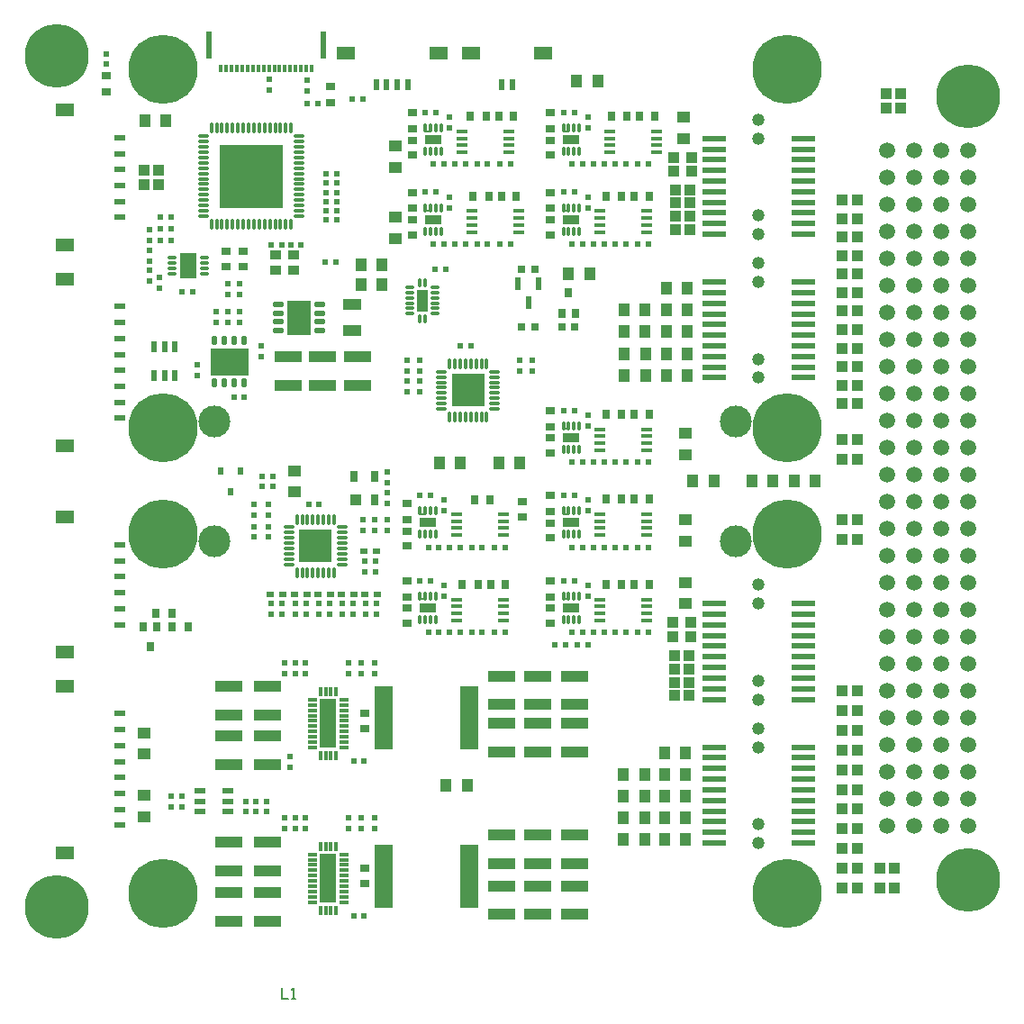
<source format=gtl>
G04 Layer_Physical_Order=1*
G04 Layer_Color=255*
%FSLAX25Y25*%
%MOIN*%
G70*
G01*
G75*
%ADD10R,0.07087X0.03937*%
G04:AMPARAMS|DCode=11|XSize=11.81mil|YSize=35.43mil|CornerRadius=1.18mil|HoleSize=0mil|Usage=FLASHONLY|Rotation=90.000|XOffset=0mil|YOffset=0mil|HoleType=Round|Shape=RoundedRectangle|*
%AMROUNDEDRECTD11*
21,1,0.01181,0.03307,0,0,90.0*
21,1,0.00945,0.03543,0,0,90.0*
1,1,0.00236,0.01654,0.00472*
1,1,0.00236,0.01654,-0.00472*
1,1,0.00236,-0.01654,-0.00472*
1,1,0.00236,-0.01654,0.00472*
%
%ADD11ROUNDEDRECTD11*%
G04:AMPARAMS|DCode=12|XSize=11.81mil|YSize=35.43mil|CornerRadius=1.18mil|HoleSize=0mil|Usage=FLASHONLY|Rotation=0.000|XOffset=0mil|YOffset=0mil|HoleType=Round|Shape=RoundedRectangle|*
%AMROUNDEDRECTD12*
21,1,0.01181,0.03307,0,0,0.0*
21,1,0.00945,0.03543,0,0,0.0*
1,1,0.00236,0.00472,-0.01654*
1,1,0.00236,-0.00472,-0.01654*
1,1,0.00236,-0.00472,0.01654*
1,1,0.00236,0.00472,0.01654*
%
%ADD12ROUNDEDRECTD12*%
%ADD13R,0.06496X0.18307*%
%ADD14R,0.03937X0.02165*%
%ADD15R,0.02362X0.04724*%
%ADD16R,0.02362X0.04134*%
%ADD17R,0.02165X0.03150*%
G04:AMPARAMS|DCode=18|XSize=27.56mil|YSize=43.31mil|CornerRadius=1.38mil|HoleSize=0mil|Usage=FLASHONLY|Rotation=0.000|XOffset=0mil|YOffset=0mil|HoleType=Round|Shape=RoundedRectangle|*
%AMROUNDEDRECTD18*
21,1,0.02756,0.04055,0,0,0.0*
21,1,0.02480,0.04331,0,0,0.0*
1,1,0.00276,0.01240,-0.02028*
1,1,0.00276,-0.01240,-0.02028*
1,1,0.00276,-0.01240,0.02028*
1,1,0.00276,0.01240,0.02028*
%
%ADD18ROUNDEDRECTD18*%
G04:AMPARAMS|DCode=19|XSize=43.31mil|YSize=43.31mil|CornerRadius=2.17mil|HoleSize=0mil|Usage=FLASHONLY|Rotation=0.000|XOffset=0mil|YOffset=0mil|HoleType=Round|Shape=RoundedRectangle|*
%AMROUNDEDRECTD19*
21,1,0.04331,0.03898,0,0,0.0*
21,1,0.03898,0.04331,0,0,0.0*
1,1,0.00433,0.01949,-0.01949*
1,1,0.00433,-0.01949,-0.01949*
1,1,0.00433,-0.01949,0.01949*
1,1,0.00433,0.01949,0.01949*
%
%ADD19ROUNDEDRECTD19*%
G04:AMPARAMS|DCode=20|XSize=11.81mil|YSize=39.37mil|CornerRadius=4.72mil|HoleSize=0mil|Usage=FLASHONLY|Rotation=90.000|XOffset=0mil|YOffset=0mil|HoleType=Round|Shape=RoundedRectangle|*
%AMROUNDEDRECTD20*
21,1,0.01181,0.02992,0,0,90.0*
21,1,0.00236,0.03937,0,0,90.0*
1,1,0.00945,0.01496,0.00118*
1,1,0.00945,0.01496,-0.00118*
1,1,0.00945,-0.01496,-0.00118*
1,1,0.00945,-0.01496,0.00118*
%
%ADD20ROUNDEDRECTD20*%
G04:AMPARAMS|DCode=21|XSize=11.81mil|YSize=39.37mil|CornerRadius=4.72mil|HoleSize=0mil|Usage=FLASHONLY|Rotation=0.000|XOffset=0mil|YOffset=0mil|HoleType=Round|Shape=RoundedRectangle|*
%AMROUNDEDRECTD21*
21,1,0.01181,0.02992,0,0,0.0*
21,1,0.00236,0.03937,0,0,0.0*
1,1,0.00945,0.00118,-0.01496*
1,1,0.00945,-0.00118,-0.01496*
1,1,0.00945,-0.00118,0.01496*
1,1,0.00945,0.00118,0.01496*
%
%ADD21ROUNDEDRECTD21*%
%ADD22R,0.23622X0.23622*%
G04:AMPARAMS|DCode=23|XSize=11.81mil|YSize=39.37mil|CornerRadius=2.95mil|HoleSize=0mil|Usage=FLASHONLY|Rotation=90.000|XOffset=0mil|YOffset=0mil|HoleType=Round|Shape=RoundedRectangle|*
%AMROUNDEDRECTD23*
21,1,0.01181,0.03347,0,0,90.0*
21,1,0.00591,0.03937,0,0,90.0*
1,1,0.00591,0.01673,0.00295*
1,1,0.00591,0.01673,-0.00295*
1,1,0.00591,-0.01673,-0.00295*
1,1,0.00591,-0.01673,0.00295*
%
%ADD23ROUNDEDRECTD23*%
G04:AMPARAMS|DCode=24|XSize=11.81mil|YSize=39.37mil|CornerRadius=2.95mil|HoleSize=0mil|Usage=FLASHONLY|Rotation=0.000|XOffset=0mil|YOffset=0mil|HoleType=Round|Shape=RoundedRectangle|*
%AMROUNDEDRECTD24*
21,1,0.01181,0.03347,0,0,0.0*
21,1,0.00591,0.03937,0,0,0.0*
1,1,0.00591,0.00295,-0.01673*
1,1,0.00591,-0.00295,-0.01673*
1,1,0.00591,-0.00295,0.01673*
1,1,0.00591,0.00295,0.01673*
%
%ADD24ROUNDEDRECTD24*%
%ADD25R,0.12402X0.12402*%
%ADD26R,0.04134X0.02362*%
%ADD27R,0.07087X0.04921*%
%ADD28R,0.04961X0.05118*%
%ADD29R,0.01969X0.03937*%
%ADD30R,0.02756X0.03543*%
%ADD31R,0.08898X0.02402*%
%ADD32R,0.03937X0.03347*%
%ADD33R,0.04331X0.08268*%
G04:AMPARAMS|DCode=34|XSize=11.81mil|YSize=31.5mil|CornerRadius=1.18mil|HoleSize=0mil|Usage=FLASHONLY|Rotation=0.000|XOffset=0mil|YOffset=0mil|HoleType=Round|Shape=RoundedRectangle|*
%AMROUNDEDRECTD34*
21,1,0.01181,0.02913,0,0,0.0*
21,1,0.00945,0.03150,0,0,0.0*
1,1,0.00236,0.00472,-0.01457*
1,1,0.00236,-0.00472,-0.01457*
1,1,0.00236,-0.00472,0.01457*
1,1,0.00236,0.00472,0.01457*
%
%ADD34ROUNDEDRECTD34*%
G04:AMPARAMS|DCode=35|XSize=11.81mil|YSize=31.5mil|CornerRadius=1.18mil|HoleSize=0mil|Usage=FLASHONLY|Rotation=90.000|XOffset=0mil|YOffset=0mil|HoleType=Round|Shape=RoundedRectangle|*
%AMROUNDEDRECTD35*
21,1,0.01181,0.02913,0,0,90.0*
21,1,0.00945,0.03150,0,0,90.0*
1,1,0.00236,0.01457,0.00472*
1,1,0.00236,0.01457,-0.00472*
1,1,0.00236,-0.01457,-0.00472*
1,1,0.00236,-0.01457,0.00472*
%
%ADD35ROUNDEDRECTD35*%
G04:AMPARAMS|DCode=36|XSize=11.81mil|YSize=31.5mil|CornerRadius=2.95mil|HoleSize=0mil|Usage=FLASHONLY|Rotation=180.000|XOffset=0mil|YOffset=0mil|HoleType=Round|Shape=RoundedRectangle|*
%AMROUNDEDRECTD36*
21,1,0.01181,0.02559,0,0,180.0*
21,1,0.00591,0.03150,0,0,180.0*
1,1,0.00591,-0.00295,0.01280*
1,1,0.00591,0.00295,0.01280*
1,1,0.00591,0.00295,-0.01280*
1,1,0.00591,-0.00295,-0.01280*
%
%ADD36ROUNDEDRECTD36*%
%ADD37R,0.06496X0.03740*%
%ADD38R,0.01969X0.00787*%
%ADD39R,0.09055X0.12598*%
G04:AMPARAMS|DCode=40|XSize=17.72mil|YSize=39.37mil|CornerRadius=1.77mil|HoleSize=0mil|Usage=FLASHONLY|Rotation=270.000|XOffset=0mil|YOffset=0mil|HoleType=Round|Shape=RoundedRectangle|*
%AMROUNDEDRECTD40*
21,1,0.01772,0.03583,0,0,270.0*
21,1,0.01417,0.03937,0,0,270.0*
1,1,0.00354,-0.01791,-0.00709*
1,1,0.00354,-0.01791,0.00709*
1,1,0.00354,0.01791,0.00709*
1,1,0.00354,0.01791,-0.00709*
%
%ADD40ROUNDEDRECTD40*%
G04:AMPARAMS|DCode=41|XSize=17.72mil|YSize=31.5mil|CornerRadius=1.77mil|HoleSize=0mil|Usage=FLASHONLY|Rotation=0.000|XOffset=0mil|YOffset=0mil|HoleType=Round|Shape=RoundedRectangle|*
%AMROUNDEDRECTD41*
21,1,0.01772,0.02795,0,0,0.0*
21,1,0.01417,0.03150,0,0,0.0*
1,1,0.00354,0.00709,-0.01398*
1,1,0.00354,-0.00709,-0.01398*
1,1,0.00354,-0.00709,0.01398*
1,1,0.00354,0.00709,0.01398*
%
%ADD41ROUNDEDRECTD41*%
%ADD42R,0.14173X0.10236*%
G04:AMPARAMS|DCode=43|XSize=11.81mil|YSize=31.5mil|CornerRadius=2.95mil|HoleSize=0mil|Usage=FLASHONLY|Rotation=270.000|XOffset=0mil|YOffset=0mil|HoleType=Round|Shape=RoundedRectangle|*
%AMROUNDEDRECTD43*
21,1,0.01181,0.02559,0,0,270.0*
21,1,0.00591,0.03150,0,0,270.0*
1,1,0.00591,-0.01280,-0.00295*
1,1,0.00591,-0.01280,0.00295*
1,1,0.00591,0.01280,0.00295*
1,1,0.00591,0.01280,-0.00295*
%
%ADD43ROUNDEDRECTD43*%
%ADD44R,0.06496X0.09449*%
%ADD45R,0.03543X0.03150*%
%ADD46R,0.10236X0.04331*%
%ADD47R,0.02362X0.10236*%
%ADD48R,0.01181X0.02756*%
%ADD49R,0.07087X0.23228*%
%ADD50R,0.03150X0.03543*%
%ADD51R,0.03543X0.02756*%
G04:AMPARAMS|DCode=52|XSize=27.56mil|YSize=35.43mil|CornerRadius=1.38mil|HoleSize=0mil|Usage=FLASHONLY|Rotation=0.000|XOffset=0mil|YOffset=0mil|HoleType=Round|Shape=RoundedRectangle|*
%AMROUNDEDRECTD52*
21,1,0.02756,0.03268,0,0,0.0*
21,1,0.02480,0.03543,0,0,0.0*
1,1,0.00276,0.01240,-0.01634*
1,1,0.00276,-0.01240,-0.01634*
1,1,0.00276,-0.01240,0.01634*
1,1,0.00276,0.01240,0.01634*
%
%ADD52ROUNDEDRECTD52*%
%ADD53R,0.03150X0.02756*%
%ADD54R,0.02362X0.02362*%
%ADD55R,0.03150X0.02362*%
%ADD56R,0.03858X0.03858*%
%ADD57R,0.03937X0.05118*%
%ADD58R,0.02362X0.02362*%
%ADD59R,0.05118X0.03937*%
%ADD60R,0.03858X0.03858*%
G04:AMPARAMS|DCode=61|XSize=16.14mil|YSize=43.31mil|CornerRadius=4.04mil|HoleSize=0mil|Usage=FLASHONLY|Rotation=90.000|XOffset=0mil|YOffset=0mil|HoleType=Round|Shape=RoundedRectangle|*
%AMROUNDEDRECTD61*
21,1,0.01614,0.03524,0,0,90.0*
21,1,0.00807,0.04331,0,0,90.0*
1,1,0.00807,0.01762,0.00404*
1,1,0.00807,0.01762,-0.00404*
1,1,0.00807,-0.01762,-0.00404*
1,1,0.00807,-0.01762,0.00404*
%
%ADD61ROUNDEDRECTD61*%
%ADD62R,0.03937X0.04331*%
%ADD63C,0.00787*%
%ADD64R,0.01870X0.05118*%
%ADD65C,0.04685*%
%ADD66C,0.05906*%
%ADD67C,0.23622*%
%ADD68C,0.25590*%
%ADD69C,0.11811*%
%ADD70C,0.01181*%
D10*
X82382Y55709D02*
D03*
Y65551D02*
D03*
D11*
X67716Y-138091D02*
D03*
Y-140059D02*
D03*
Y-142028D02*
D03*
Y-143996D02*
D03*
Y-145965D02*
D03*
Y-147933D02*
D03*
Y-149902D02*
D03*
Y-151870D02*
D03*
Y-153839D02*
D03*
Y-155807D02*
D03*
X79527D02*
D03*
Y-153839D02*
D03*
Y-151870D02*
D03*
Y-149902D02*
D03*
Y-147933D02*
D03*
Y-145965D02*
D03*
Y-138091D02*
D03*
Y-140059D02*
D03*
Y-142028D02*
D03*
Y-143996D02*
D03*
X67716Y-80807D02*
D03*
Y-82776D02*
D03*
Y-84744D02*
D03*
Y-86713D02*
D03*
Y-88681D02*
D03*
Y-90650D02*
D03*
Y-92618D02*
D03*
Y-94587D02*
D03*
Y-96555D02*
D03*
Y-98524D02*
D03*
X79527D02*
D03*
Y-96555D02*
D03*
Y-94587D02*
D03*
Y-92618D02*
D03*
Y-90650D02*
D03*
Y-88681D02*
D03*
Y-80807D02*
D03*
Y-82776D02*
D03*
Y-84744D02*
D03*
Y-86713D02*
D03*
D12*
X70669Y-158760D02*
D03*
X72638D02*
D03*
X74606D02*
D03*
X76575D02*
D03*
X70669Y-135138D02*
D03*
X72638D02*
D03*
X74606D02*
D03*
X76575D02*
D03*
X70669Y-101476D02*
D03*
X72638D02*
D03*
X74606D02*
D03*
X76575D02*
D03*
X70669Y-77854D02*
D03*
X72638D02*
D03*
X74606D02*
D03*
X76575D02*
D03*
D13*
X73622Y-146949D02*
D03*
Y-89665D02*
D03*
D14*
X26083Y-114665D02*
D03*
Y-118405D02*
D03*
Y-122146D02*
D03*
X36319Y-122146D02*
D03*
Y-118405D02*
D03*
Y-114665D02*
D03*
D15*
X147638Y66043D02*
D03*
X143898Y73130D02*
D03*
X151378D02*
D03*
D16*
X16732Y49705D02*
D03*
X12992D02*
D03*
X9252D02*
D03*
Y39075D02*
D03*
X12992D02*
D03*
X16732D02*
D03*
D17*
X37402Y-3937D02*
D03*
X41142Y3937D02*
D03*
X33661D02*
D03*
D18*
X83169Y1772D02*
D03*
X90650D02*
D03*
Y-6890D02*
D03*
D19*
X83957D02*
D03*
D20*
X27403Y127698D02*
D03*
Y125730D02*
D03*
Y123761D02*
D03*
Y121793D02*
D03*
Y119824D02*
D03*
Y117856D02*
D03*
Y115887D02*
D03*
Y113919D02*
D03*
Y111950D02*
D03*
Y109982D02*
D03*
Y108013D02*
D03*
Y106045D02*
D03*
Y104076D02*
D03*
Y102108D02*
D03*
Y100139D02*
D03*
Y98171D02*
D03*
X62836D02*
D03*
Y100139D02*
D03*
Y102108D02*
D03*
Y104076D02*
D03*
Y106045D02*
D03*
Y108013D02*
D03*
Y109982D02*
D03*
Y111950D02*
D03*
Y113919D02*
D03*
Y115887D02*
D03*
Y117856D02*
D03*
Y119824D02*
D03*
Y121793D02*
D03*
Y123761D02*
D03*
Y125730D02*
D03*
Y127698D02*
D03*
D21*
X30356Y95218D02*
D03*
X32324D02*
D03*
X34293D02*
D03*
X36261D02*
D03*
X38230D02*
D03*
X40199D02*
D03*
X42167D02*
D03*
X44136D02*
D03*
X46104D02*
D03*
X48073D02*
D03*
X50041D02*
D03*
X52010D02*
D03*
X53978D02*
D03*
X55947D02*
D03*
X57915D02*
D03*
X59884D02*
D03*
Y130651D02*
D03*
X57915D02*
D03*
X55947D02*
D03*
X53978D02*
D03*
X52010D02*
D03*
X50041D02*
D03*
X48073D02*
D03*
X46104D02*
D03*
X44136D02*
D03*
X42167D02*
D03*
X40199D02*
D03*
X38230D02*
D03*
X36261D02*
D03*
X34293D02*
D03*
X32324D02*
D03*
X30356D02*
D03*
D22*
X45120Y112935D02*
D03*
D23*
X59055Y-17028D02*
D03*
Y-18996D02*
D03*
Y-20965D02*
D03*
Y-22933D02*
D03*
Y-24902D02*
D03*
Y-26870D02*
D03*
Y-28839D02*
D03*
Y-30807D02*
D03*
X78740D02*
D03*
Y-28839D02*
D03*
Y-26870D02*
D03*
Y-24902D02*
D03*
Y-22933D02*
D03*
Y-20965D02*
D03*
Y-18996D02*
D03*
Y-17028D02*
D03*
X115551Y40551D02*
D03*
Y38583D02*
D03*
Y36614D02*
D03*
Y34646D02*
D03*
Y32677D02*
D03*
Y30709D02*
D03*
Y28740D02*
D03*
Y26772D02*
D03*
X135236D02*
D03*
Y28740D02*
D03*
Y30709D02*
D03*
Y32677D02*
D03*
Y34646D02*
D03*
Y36614D02*
D03*
Y38583D02*
D03*
Y40551D02*
D03*
D24*
X62008Y-33760D02*
D03*
X63976D02*
D03*
X65945D02*
D03*
X67913D02*
D03*
X69882D02*
D03*
X71850D02*
D03*
X73819D02*
D03*
X75787D02*
D03*
Y-14075D02*
D03*
X73819D02*
D03*
X71850D02*
D03*
X69882D02*
D03*
X67913D02*
D03*
X65945D02*
D03*
X63976D02*
D03*
X62008D02*
D03*
X118504Y23819D02*
D03*
X120472D02*
D03*
X122441D02*
D03*
X124409D02*
D03*
X126378D02*
D03*
X128347D02*
D03*
X130315D02*
D03*
X132283D02*
D03*
Y43504D02*
D03*
X130315D02*
D03*
X128347D02*
D03*
X126378D02*
D03*
X124409D02*
D03*
X122441D02*
D03*
X120472D02*
D03*
X118504D02*
D03*
D25*
X68898Y-23917D02*
D03*
X125394Y33661D02*
D03*
D26*
X-3543Y-86024D02*
D03*
Y-91929D02*
D03*
Y-97835D02*
D03*
Y-103740D02*
D03*
Y-109646D02*
D03*
Y-115551D02*
D03*
Y-121457D02*
D03*
Y-127362D02*
D03*
Y23327D02*
D03*
Y29232D02*
D03*
Y35138D02*
D03*
Y41043D02*
D03*
Y46949D02*
D03*
Y52854D02*
D03*
Y58760D02*
D03*
Y64665D02*
D03*
Y-53051D02*
D03*
Y-47146D02*
D03*
Y-41240D02*
D03*
Y-35335D02*
D03*
Y-29429D02*
D03*
Y-23524D02*
D03*
Y97638D02*
D03*
Y103543D02*
D03*
Y109449D02*
D03*
Y115354D02*
D03*
Y121260D02*
D03*
Y127165D02*
D03*
D27*
X-24016Y-75787D02*
D03*
Y-137598D02*
D03*
Y13091D02*
D03*
Y74902D02*
D03*
Y-63287D02*
D03*
Y-13287D02*
D03*
Y87402D02*
D03*
Y137402D02*
D03*
D28*
X81102Y158524D02*
D03*
X113386D02*
D03*
X151969Y158523D02*
D03*
X127559D02*
D03*
D29*
X91339Y146752D02*
D03*
X103150D02*
D03*
X99213D02*
D03*
X95276D02*
D03*
X141732Y146752D02*
D03*
X137795D02*
D03*
D30*
X182283Y-38189D02*
D03*
X176378D02*
D03*
X21654Y-53839D02*
D03*
X15748D02*
D03*
X184252Y135039D02*
D03*
X178347D02*
D03*
X182283Y24803D02*
D03*
X176378D02*
D03*
X132087Y135039D02*
D03*
X126181D02*
D03*
X182283Y-6693D02*
D03*
X176378D02*
D03*
X133071Y105512D02*
D03*
X127165D02*
D03*
X182283D02*
D03*
X176378D02*
D03*
X133563Y-6791D02*
D03*
X127657D02*
D03*
X9843Y-48819D02*
D03*
X15748D02*
D03*
X129134Y-38189D02*
D03*
X123228D02*
D03*
D31*
X216437Y-45276D02*
D03*
Y-49213D02*
D03*
Y-53150D02*
D03*
Y-57087D02*
D03*
Y-61024D02*
D03*
Y-64961D02*
D03*
Y-68898D02*
D03*
Y-72835D02*
D03*
Y-76772D02*
D03*
Y-80709D02*
D03*
X249429D02*
D03*
Y-76772D02*
D03*
Y-72835D02*
D03*
Y-68898D02*
D03*
Y-64961D02*
D03*
Y-61024D02*
D03*
Y-57087D02*
D03*
Y-53150D02*
D03*
Y-49213D02*
D03*
Y-45276D02*
D03*
X216437Y-98425D02*
D03*
Y-102362D02*
D03*
Y-106299D02*
D03*
Y-110236D02*
D03*
Y-114173D02*
D03*
Y-118110D02*
D03*
Y-122047D02*
D03*
Y-125984D02*
D03*
Y-129921D02*
D03*
Y-133858D02*
D03*
X249429D02*
D03*
Y-129921D02*
D03*
Y-125984D02*
D03*
Y-122047D02*
D03*
Y-118110D02*
D03*
Y-114173D02*
D03*
Y-110236D02*
D03*
Y-106299D02*
D03*
Y-102362D02*
D03*
Y-98425D02*
D03*
X216437Y73740D02*
D03*
Y69803D02*
D03*
Y65866D02*
D03*
Y61929D02*
D03*
Y57992D02*
D03*
Y54055D02*
D03*
Y50118D02*
D03*
Y46181D02*
D03*
Y42244D02*
D03*
Y38307D02*
D03*
X249429D02*
D03*
Y42244D02*
D03*
Y46181D02*
D03*
Y50118D02*
D03*
Y54055D02*
D03*
Y57992D02*
D03*
Y61929D02*
D03*
Y65866D02*
D03*
Y69803D02*
D03*
Y73740D02*
D03*
X216437Y126890D02*
D03*
Y122953D02*
D03*
Y119016D02*
D03*
Y115079D02*
D03*
Y111142D02*
D03*
Y107205D02*
D03*
Y103268D02*
D03*
Y99331D02*
D03*
Y95394D02*
D03*
Y91457D02*
D03*
X249429D02*
D03*
Y95394D02*
D03*
Y99331D02*
D03*
Y103268D02*
D03*
Y107205D02*
D03*
Y111142D02*
D03*
Y115079D02*
D03*
Y119016D02*
D03*
Y122953D02*
D03*
Y126890D02*
D03*
D32*
X54134Y78150D02*
D03*
X60827D02*
D03*
Y83661D02*
D03*
X54134D02*
D03*
D33*
X108366Y66929D02*
D03*
D34*
X107382Y73622D02*
D03*
X109350D02*
D03*
Y60236D02*
D03*
X107382D02*
D03*
D35*
X113091Y71850D02*
D03*
Y69882D02*
D03*
Y67913D02*
D03*
Y65945D02*
D03*
Y63976D02*
D03*
Y62008D02*
D03*
X103642D02*
D03*
Y63976D02*
D03*
Y65945D02*
D03*
Y67913D02*
D03*
Y69882D02*
D03*
Y71850D02*
D03*
D36*
X160630Y92618D02*
D03*
X162598D02*
D03*
X164567D02*
D03*
X166535D02*
D03*
Y101279D02*
D03*
X164567D02*
D03*
X162598D02*
D03*
X160630D02*
D03*
Y-42421D02*
D03*
X162598D02*
D03*
X164567D02*
D03*
X166535D02*
D03*
Y-51083D02*
D03*
X164567D02*
D03*
X162598D02*
D03*
X160630D02*
D03*
Y122146D02*
D03*
X162598D02*
D03*
X164567D02*
D03*
X166535D02*
D03*
Y130807D02*
D03*
X164567D02*
D03*
X162598D02*
D03*
X160630D02*
D03*
Y11909D02*
D03*
X162598D02*
D03*
X164567D02*
D03*
X166535D02*
D03*
Y20571D02*
D03*
X164567D02*
D03*
X162598D02*
D03*
X160630D02*
D03*
X109449Y122146D02*
D03*
X111417D02*
D03*
X113386D02*
D03*
X115354D02*
D03*
Y130807D02*
D03*
X113386D02*
D03*
X111417D02*
D03*
X109449D02*
D03*
X160630Y-19587D02*
D03*
X162598D02*
D03*
X164567D02*
D03*
X166535D02*
D03*
Y-10925D02*
D03*
X164567D02*
D03*
X162598D02*
D03*
X160630D02*
D03*
X109449Y92618D02*
D03*
X111417D02*
D03*
X113386D02*
D03*
X115354D02*
D03*
Y101279D02*
D03*
X113386D02*
D03*
X111417D02*
D03*
X109449D02*
D03*
X107480Y-10925D02*
D03*
X109449D02*
D03*
X111417D02*
D03*
X113386D02*
D03*
Y-19587D02*
D03*
X111417D02*
D03*
X109449D02*
D03*
X107480D02*
D03*
Y-42421D02*
D03*
X109449D02*
D03*
X111417D02*
D03*
X113386D02*
D03*
Y-51083D02*
D03*
X111417D02*
D03*
X109449D02*
D03*
X107480D02*
D03*
D37*
X163583Y96949D02*
D03*
Y-46752D02*
D03*
Y126476D02*
D03*
Y16240D02*
D03*
X112402Y126476D02*
D03*
X163583Y-15256D02*
D03*
X112402Y96949D02*
D03*
X110433Y-15256D02*
D03*
Y-46752D02*
D03*
D38*
X161614Y100098D02*
D03*
Y-43602D02*
D03*
Y129626D02*
D03*
Y19390D02*
D03*
X110433Y129626D02*
D03*
X161614Y-12106D02*
D03*
X110433Y100098D02*
D03*
X108465Y-12106D02*
D03*
Y-43602D02*
D03*
D39*
X62697Y60630D02*
D03*
D40*
X55020Y55905D02*
D03*
Y59055D02*
D03*
Y62205D02*
D03*
Y65354D02*
D03*
X70374D02*
D03*
Y62205D02*
D03*
Y59055D02*
D03*
Y55905D02*
D03*
D41*
X42618Y52165D02*
D03*
X38878D02*
D03*
X35138D02*
D03*
X31398D02*
D03*
Y36417D02*
D03*
X35138D02*
D03*
X38878D02*
D03*
X42618D02*
D03*
D42*
X37008Y44291D02*
D03*
D43*
X27657Y76968D02*
D03*
Y78937D02*
D03*
Y80905D02*
D03*
Y82874D02*
D03*
X15846D02*
D03*
Y80905D02*
D03*
Y78937D02*
D03*
Y76968D02*
D03*
D44*
X21752Y79921D02*
D03*
D45*
X74409Y140256D02*
D03*
Y146161D02*
D03*
X87008Y-148721D02*
D03*
Y-143209D02*
D03*
Y-91437D02*
D03*
Y-85925D02*
D03*
X35630Y79528D02*
D03*
Y85039D02*
D03*
X42126Y79528D02*
D03*
Y85039D02*
D03*
X-8563Y150197D02*
D03*
Y144291D02*
D03*
X155905Y120768D02*
D03*
Y126279D02*
D03*
Y10531D02*
D03*
Y16043D02*
D03*
X104724Y120768D02*
D03*
Y126279D02*
D03*
X155905Y-20965D02*
D03*
Y-15453D02*
D03*
X104724Y91240D02*
D03*
Y96752D02*
D03*
X155905Y91240D02*
D03*
Y96752D02*
D03*
X145374Y-13189D02*
D03*
Y-7677D02*
D03*
X102756Y-23917D02*
D03*
Y-18406D02*
D03*
Y-52461D02*
D03*
Y-46949D02*
D03*
X155905Y-52461D02*
D03*
Y-46949D02*
D03*
D46*
X58760Y46260D02*
D03*
Y35630D02*
D03*
X137697Y-89665D02*
D03*
Y-100295D02*
D03*
X164961Y-149705D02*
D03*
Y-160335D02*
D03*
X137697Y-82677D02*
D03*
Y-72047D02*
D03*
Y-141437D02*
D03*
Y-130807D02*
D03*
X151083Y-149705D02*
D03*
Y-160335D02*
D03*
Y-82677D02*
D03*
Y-72047D02*
D03*
X36713Y-86614D02*
D03*
Y-75984D02*
D03*
X36713Y-133563D02*
D03*
Y-144193D02*
D03*
X50984Y-133563D02*
D03*
Y-144193D02*
D03*
Y-162894D02*
D03*
Y-152264D02*
D03*
X36713Y-162894D02*
D03*
Y-152264D02*
D03*
X50984Y-94095D02*
D03*
Y-104724D02*
D03*
X36713Y-94095D02*
D03*
Y-104724D02*
D03*
X50984Y-86614D02*
D03*
Y-75984D02*
D03*
X164961Y-141437D02*
D03*
Y-130807D02*
D03*
X151083Y-89665D02*
D03*
Y-100295D02*
D03*
X137697Y-149705D02*
D03*
Y-160335D02*
D03*
X164961Y-82677D02*
D03*
Y-72047D02*
D03*
Y-89665D02*
D03*
Y-100295D02*
D03*
X151083Y-141437D02*
D03*
Y-130807D02*
D03*
X71555Y46260D02*
D03*
Y35630D02*
D03*
X84350Y46260D02*
D03*
Y35630D02*
D03*
D47*
X71752Y161319D02*
D03*
X29626D02*
D03*
D48*
X33957Y152657D02*
D03*
X35925D02*
D03*
X37894D02*
D03*
X39862D02*
D03*
X41831D02*
D03*
X43799D02*
D03*
X45768D02*
D03*
X47736D02*
D03*
X67421D02*
D03*
X65453D02*
D03*
X63484D02*
D03*
X61516D02*
D03*
X59547D02*
D03*
X57579D02*
D03*
X55610D02*
D03*
X53642D02*
D03*
X51673D02*
D03*
X49705D02*
D03*
D49*
X94291Y-146358D02*
D03*
X125787D02*
D03*
Y-87500D02*
D03*
X94291D02*
D03*
D50*
X143209Y105512D02*
D03*
X137697D02*
D03*
X194390Y135039D02*
D03*
X188878D02*
D03*
X192421Y24803D02*
D03*
X186909D02*
D03*
X142224Y135039D02*
D03*
X136713D02*
D03*
X192421Y-6693D02*
D03*
X186909D02*
D03*
X192421Y105512D02*
D03*
X186909D02*
D03*
X139272Y-38189D02*
D03*
X133760D02*
D03*
X192421D02*
D03*
X186909D02*
D03*
D51*
X155905Y-42717D02*
D03*
Y-36811D02*
D03*
Y130512D02*
D03*
Y136417D02*
D03*
Y20276D02*
D03*
Y26181D02*
D03*
X104724Y130512D02*
D03*
Y136417D02*
D03*
X155905Y-11220D02*
D03*
Y-5315D02*
D03*
X104724Y100984D02*
D03*
Y106890D02*
D03*
X155905Y100984D02*
D03*
Y106890D02*
D03*
X102756Y-14173D02*
D03*
Y-8268D02*
D03*
Y-42717D02*
D03*
Y-36811D02*
D03*
D52*
X162600Y69640D02*
D03*
X165159Y62160D02*
D03*
X160041D02*
D03*
X10236Y-53839D02*
D03*
X5118D02*
D03*
X7677Y-61319D02*
D03*
D53*
X160238Y57200D02*
D03*
X164962D02*
D03*
X145256D02*
D03*
X149980D02*
D03*
Y78346D02*
D03*
X145256D02*
D03*
D54*
X95571Y-14173D02*
D03*
Y-18110D02*
D03*
X95571Y-4331D02*
D03*
Y-8268D02*
D03*
X85728Y-71260D02*
D03*
Y-67323D02*
D03*
X57579Y-124606D02*
D03*
Y-128543D02*
D03*
X65256D02*
D03*
Y-124606D02*
D03*
X81201Y-67323D02*
D03*
Y-71260D02*
D03*
X90748D02*
D03*
Y-67323D02*
D03*
X57579D02*
D03*
Y-71260D02*
D03*
X65256D02*
D03*
Y-67323D02*
D03*
X59449Y-105709D02*
D03*
Y-101772D02*
D03*
X81195Y-128543D02*
D03*
Y-124606D02*
D03*
X90650Y-124606D02*
D03*
Y-128543D02*
D03*
X61417Y-124606D02*
D03*
Y-128543D02*
D03*
X85722Y-124606D02*
D03*
Y-128543D02*
D03*
X61417Y-71260D02*
D03*
Y-67323D02*
D03*
X36516Y69193D02*
D03*
Y73130D02*
D03*
X40748D02*
D03*
Y69193D02*
D03*
X7382Y93110D02*
D03*
Y89173D02*
D03*
X36516Y58858D02*
D03*
Y62795D02*
D03*
X7382Y78051D02*
D03*
Y74114D02*
D03*
Y81496D02*
D03*
Y85433D02*
D03*
X56299Y-45276D02*
D03*
Y-49213D02*
D03*
X61417D02*
D03*
Y-45276D02*
D03*
X169685Y134744D02*
D03*
Y130807D02*
D03*
Y20571D02*
D03*
Y24508D02*
D03*
X118504Y134744D02*
D03*
Y130807D02*
D03*
X169685Y-10925D02*
D03*
Y-6988D02*
D03*
X118504Y105217D02*
D03*
Y101279D02*
D03*
X169685D02*
D03*
Y105217D02*
D03*
X48720Y50098D02*
D03*
Y46161D02*
D03*
X116535Y-6988D02*
D03*
Y-10925D02*
D03*
X32283Y58858D02*
D03*
Y62795D02*
D03*
X51675Y148827D02*
D03*
Y144890D02*
D03*
X-8563Y154331D02*
D03*
Y158268D02*
D03*
X40748Y62795D02*
D03*
Y58858D02*
D03*
X65929Y144488D02*
D03*
Y148425D02*
D03*
X25295Y43110D02*
D03*
Y39173D02*
D03*
X11122Y75492D02*
D03*
Y71555D02*
D03*
X49213Y-1969D02*
D03*
Y1969D02*
D03*
X53150Y-1969D02*
D03*
Y1969D02*
D03*
X102657Y33169D02*
D03*
Y37106D02*
D03*
X19390Y-116437D02*
D03*
Y-120374D02*
D03*
X46949Y-118405D02*
D03*
Y-122343D02*
D03*
X15453Y-116437D02*
D03*
Y-120374D02*
D03*
X43012Y-118405D02*
D03*
Y-122343D02*
D03*
X116535Y-42421D02*
D03*
Y-38484D02*
D03*
X169685D02*
D03*
Y-42421D02*
D03*
X50886Y-122343D02*
D03*
Y-118405D02*
D03*
X144587Y40748D02*
D03*
Y44685D02*
D03*
X46211Y-8563D02*
D03*
Y-12500D02*
D03*
X107382Y37106D02*
D03*
Y33169D02*
D03*
X46211Y-16732D02*
D03*
Y-20669D02*
D03*
X107382Y44685D02*
D03*
Y40748D02*
D03*
X51575Y-12500D02*
D03*
Y-8563D02*
D03*
X102657Y40748D02*
D03*
Y44685D02*
D03*
X149213Y40748D02*
D03*
Y44685D02*
D03*
X90896Y-18110D02*
D03*
Y-14173D02*
D03*
X86614D02*
D03*
Y-18110D02*
D03*
X51575Y-20669D02*
D03*
Y-16732D02*
D03*
X74016Y-45276D02*
D03*
Y-49213D02*
D03*
X78740D02*
D03*
Y-45276D02*
D03*
X87402Y-45276D02*
D03*
Y-49213D02*
D03*
X87205Y-33465D02*
D03*
Y-29528D02*
D03*
X52362Y-49213D02*
D03*
Y-45276D02*
D03*
X65354D02*
D03*
Y-49213D02*
D03*
X70079D02*
D03*
Y-45276D02*
D03*
X82677D02*
D03*
Y-49213D02*
D03*
X91339Y-49213D02*
D03*
Y-45276D02*
D03*
X91142Y-29528D02*
D03*
Y-33465D02*
D03*
X95571Y3445D02*
D03*
Y-492D02*
D03*
D55*
X86811Y-25984D02*
D03*
X91535D02*
D03*
X56693Y-41732D02*
D03*
X51968D02*
D03*
X65748D02*
D03*
X61024D02*
D03*
X69685D02*
D03*
X74409D02*
D03*
X78347D02*
D03*
X83071D02*
D03*
X87008D02*
D03*
X91732D02*
D03*
D56*
X5315Y115079D02*
D03*
Y109724D02*
D03*
X10728Y115079D02*
D03*
Y109724D02*
D03*
X285433Y138071D02*
D03*
Y143425D02*
D03*
X280217Y138071D02*
D03*
Y143425D02*
D03*
D57*
X5709Y133465D02*
D03*
X13583D02*
D03*
X206594Y71555D02*
D03*
X198721D02*
D03*
X206594Y63460D02*
D03*
X198721D02*
D03*
X206594Y55364D02*
D03*
X198721D02*
D03*
X206594Y47269D02*
D03*
X198721D02*
D03*
X206594Y39173D02*
D03*
X198721D02*
D03*
X205906Y-100492D02*
D03*
X198031D02*
D03*
X205906Y-108514D02*
D03*
X198031D02*
D03*
X205906Y-116535D02*
D03*
X198031D02*
D03*
X205906Y-124557D02*
D03*
X198031D02*
D03*
X205906Y-132579D02*
D03*
X198031D02*
D03*
X190945Y63484D02*
D03*
X183071D02*
D03*
X190945Y55315D02*
D03*
X183071D02*
D03*
X191043Y47269D02*
D03*
X183169D02*
D03*
X191043Y39173D02*
D03*
X183169D02*
D03*
X190748Y-108514D02*
D03*
X182874D02*
D03*
X190748Y-116535D02*
D03*
X182874D02*
D03*
X190748Y-124557D02*
D03*
X182874D02*
D03*
X190748Y-132579D02*
D03*
X182874D02*
D03*
X173425Y148031D02*
D03*
X165551D02*
D03*
X136713Y6693D02*
D03*
X144587D02*
D03*
X170472Y76673D02*
D03*
X162598D02*
D03*
X246063Y0D02*
D03*
X253937D02*
D03*
X230315Y98D02*
D03*
X238189D02*
D03*
X122539Y6693D02*
D03*
X114665D02*
D03*
X208563Y98D02*
D03*
X216437D02*
D03*
X125098Y-112598D02*
D03*
X117224D02*
D03*
X93602Y80118D02*
D03*
X85728D02*
D03*
X93602Y72835D02*
D03*
X85728D02*
D03*
D58*
X86909Y-160925D02*
D03*
X82972D02*
D03*
Y-103642D02*
D03*
X86909D02*
D03*
X76378Y81299D02*
D03*
X72441D02*
D03*
X42618Y31004D02*
D03*
X38681D02*
D03*
X19488Y70079D02*
D03*
X23425D02*
D03*
X59646Y87500D02*
D03*
X63583D02*
D03*
X56299D02*
D03*
X52362D02*
D03*
X76870Y113779D02*
D03*
X72933D02*
D03*
Y110374D02*
D03*
X76870D02*
D03*
Y103563D02*
D03*
X72933D02*
D03*
Y106968D02*
D03*
X76870D02*
D03*
X11417Y93504D02*
D03*
X15354D02*
D03*
Y97638D02*
D03*
X11417D02*
D03*
X175689Y117323D02*
D03*
X171752D02*
D03*
Y7087D02*
D03*
X175689D02*
D03*
X124508Y117323D02*
D03*
X120571D02*
D03*
X171752Y-24409D02*
D03*
X175689D02*
D03*
X124508Y87795D02*
D03*
X120571D02*
D03*
X171752D02*
D03*
X175689D02*
D03*
X192224Y117323D02*
D03*
X188287D02*
D03*
Y7087D02*
D03*
X192224D02*
D03*
X141043Y117323D02*
D03*
X137106D02*
D03*
X188287Y-24409D02*
D03*
X192224D02*
D03*
X141043Y87795D02*
D03*
X137106D02*
D03*
X188287D02*
D03*
X192224D02*
D03*
X160728Y136516D02*
D03*
X164665D02*
D03*
Y26280D02*
D03*
X160728D02*
D03*
X109547Y136516D02*
D03*
X113484D02*
D03*
X164665Y-5217D02*
D03*
X160728D02*
D03*
X109547Y106988D02*
D03*
X113484D02*
D03*
X164665D02*
D03*
X160728D02*
D03*
X167717Y117323D02*
D03*
X163779D02*
D03*
Y7087D02*
D03*
X167717D02*
D03*
X116535Y117323D02*
D03*
X112598D02*
D03*
X163779Y-24409D02*
D03*
X167717D02*
D03*
X116535Y87795D02*
D03*
X112598D02*
D03*
X163779D02*
D03*
X167717D02*
D03*
X69882Y139862D02*
D03*
X65945D02*
D03*
X183760Y117323D02*
D03*
X179823D02*
D03*
Y7087D02*
D03*
X183760D02*
D03*
X132579Y117323D02*
D03*
X128642D02*
D03*
X179823Y-24409D02*
D03*
X183760D02*
D03*
X132579Y87795D02*
D03*
X128642D02*
D03*
X179823D02*
D03*
X183760D02*
D03*
X122539Y-24409D02*
D03*
X118602D02*
D03*
X139075D02*
D03*
X135138D02*
D03*
X111516Y-5217D02*
D03*
X107579D02*
D03*
X114567Y-24409D02*
D03*
X110630D02*
D03*
X130610D02*
D03*
X126673D02*
D03*
X82480Y141339D02*
D03*
X86417D02*
D03*
X15354Y89173D02*
D03*
X11417D02*
D03*
X72933Y96752D02*
D03*
X76870D02*
D03*
Y100157D02*
D03*
X72933D02*
D03*
X122539Y-55905D02*
D03*
X118602D02*
D03*
X171752D02*
D03*
X175689D02*
D03*
X135138D02*
D03*
X139075D02*
D03*
X192224D02*
D03*
X188287D02*
D03*
X111516Y-36713D02*
D03*
X107579D02*
D03*
X160728D02*
D03*
X164665D02*
D03*
X110630Y-55905D02*
D03*
X114567D02*
D03*
X167717D02*
D03*
X163779D02*
D03*
X130610D02*
D03*
X126673D02*
D03*
X179823D02*
D03*
X183760D02*
D03*
X122441Y50295D02*
D03*
X126378D02*
D03*
X66339Y-8366D02*
D03*
X70276D02*
D03*
X113189Y78347D02*
D03*
X117126D02*
D03*
X165748Y-60433D02*
D03*
X169685D02*
D03*
X157480D02*
D03*
X161417D02*
D03*
D59*
X205709Y9941D02*
D03*
Y17815D02*
D03*
X61024Y-3937D02*
D03*
Y3937D02*
D03*
X98425Y116142D02*
D03*
Y124016D02*
D03*
X205709Y-22146D02*
D03*
Y-14272D02*
D03*
X98425Y89764D02*
D03*
Y97638D02*
D03*
X205118Y134646D02*
D03*
Y126772D02*
D03*
X205709Y-37402D02*
D03*
Y-45276D02*
D03*
X5300Y-100937D02*
D03*
Y-93063D02*
D03*
Y-124185D02*
D03*
Y-116311D02*
D03*
D60*
X263957Y-14134D02*
D03*
X269311D02*
D03*
Y97280D02*
D03*
X263957D02*
D03*
X269311Y-84941D02*
D03*
X263957D02*
D03*
X269311Y-106791D02*
D03*
X263957D02*
D03*
X269311Y-128642D02*
D03*
X263957D02*
D03*
X269311Y-150492D02*
D03*
X263957D02*
D03*
X263957Y104134D02*
D03*
X269311D02*
D03*
X277638Y-143209D02*
D03*
X282992D02*
D03*
X277638Y-150492D02*
D03*
X282992D02*
D03*
X263957Y28740D02*
D03*
X269311D02*
D03*
X269311Y-92225D02*
D03*
X263957D02*
D03*
X269311Y-114075D02*
D03*
X263957D02*
D03*
X269311Y-135925D02*
D03*
X263957D02*
D03*
Y-99508D02*
D03*
X269311D02*
D03*
X263957Y-121358D02*
D03*
X269311D02*
D03*
X263957Y-143209D02*
D03*
X269311D02*
D03*
Y-77658D02*
D03*
X263957D02*
D03*
X269311Y83572D02*
D03*
X263957D02*
D03*
X269311Y63010D02*
D03*
X263957D02*
D03*
X269311Y42448D02*
D03*
X263957D02*
D03*
Y76718D02*
D03*
X269311D02*
D03*
X263957Y56156D02*
D03*
X269311D02*
D03*
X263957Y35594D02*
D03*
X269311D02*
D03*
X263957Y90426D02*
D03*
X269311D02*
D03*
X263957Y69864D02*
D03*
X269311D02*
D03*
X263957Y49302D02*
D03*
X269311D02*
D03*
X263957Y15551D02*
D03*
X269311D02*
D03*
X263957Y8130D02*
D03*
X269311D02*
D03*
Y-21555D02*
D03*
X263957D02*
D03*
X202047Y93110D02*
D03*
X207402D02*
D03*
X201850Y-79331D02*
D03*
X207205D02*
D03*
X202047Y98032D02*
D03*
X207402D02*
D03*
X201850Y-74409D02*
D03*
X207205D02*
D03*
X202047Y103051D02*
D03*
X207402D02*
D03*
X201850Y-69390D02*
D03*
X207205D02*
D03*
X202062Y107924D02*
D03*
X207416D02*
D03*
X201865Y-64517D02*
D03*
X207219D02*
D03*
D61*
X195228Y121830D02*
D03*
Y124389D02*
D03*
Y126948D02*
D03*
Y129507D02*
D03*
X177905Y121830D02*
D03*
Y124389D02*
D03*
Y126948D02*
D03*
Y129507D02*
D03*
X191586Y11594D02*
D03*
Y14153D02*
D03*
Y16712D02*
D03*
Y19271D02*
D03*
X174263Y11594D02*
D03*
Y14153D02*
D03*
Y16712D02*
D03*
Y19271D02*
D03*
X140405Y121830D02*
D03*
Y124389D02*
D03*
Y126948D02*
D03*
Y129507D02*
D03*
X123082Y121830D02*
D03*
Y124389D02*
D03*
Y126948D02*
D03*
Y129507D02*
D03*
X191586Y-19903D02*
D03*
Y-17343D02*
D03*
Y-14784D02*
D03*
Y-12225D02*
D03*
X174263Y-19903D02*
D03*
Y-17343D02*
D03*
Y-14784D02*
D03*
Y-12225D02*
D03*
X144046Y92302D02*
D03*
Y94861D02*
D03*
Y97420D02*
D03*
Y99979D02*
D03*
X126724Y92302D02*
D03*
Y94861D02*
D03*
Y97420D02*
D03*
Y99979D02*
D03*
X191586Y92302D02*
D03*
Y94861D02*
D03*
Y97420D02*
D03*
Y99979D02*
D03*
X174263Y92302D02*
D03*
Y94861D02*
D03*
Y97420D02*
D03*
Y99979D02*
D03*
X121113Y-12225D02*
D03*
Y-14784D02*
D03*
Y-17343D02*
D03*
Y-19903D02*
D03*
X138436Y-12225D02*
D03*
Y-14784D02*
D03*
Y-17343D02*
D03*
Y-19903D02*
D03*
X121113Y-43721D02*
D03*
Y-46280D02*
D03*
Y-48840D02*
D03*
Y-51398D02*
D03*
X138436Y-43721D02*
D03*
Y-46280D02*
D03*
Y-48840D02*
D03*
Y-51398D02*
D03*
X174263Y-43721D02*
D03*
Y-46280D02*
D03*
Y-48840D02*
D03*
Y-51398D02*
D03*
X191586Y-43721D02*
D03*
Y-46280D02*
D03*
Y-48840D02*
D03*
Y-51398D02*
D03*
D62*
X201392Y114665D02*
D03*
X208085D02*
D03*
X201215Y-57480D02*
D03*
X207908D02*
D03*
X201392Y119790D02*
D03*
X208085D02*
D03*
X201215Y-52356D02*
D03*
X207908D02*
D03*
D63*
X56299Y-187501D02*
Y-191437D01*
X58923D01*
X60235D02*
X61547D01*
X60891D01*
Y-187501D01*
X60235Y-188157D01*
D64*
X116793Y158524D02*
D03*
X77695D02*
D03*
X124152Y158524D02*
D03*
X155376D02*
D03*
D65*
X232933Y-45276D02*
D03*
Y-80709D02*
D03*
Y-38307D02*
D03*
Y-73740D02*
D03*
Y98425D02*
D03*
Y133858D02*
D03*
Y-98425D02*
D03*
Y-133858D02*
D03*
Y45276D02*
D03*
Y80709D02*
D03*
Y-126890D02*
D03*
Y-91457D02*
D03*
Y73740D02*
D03*
Y38307D02*
D03*
Y126890D02*
D03*
Y91457D02*
D03*
D66*
X280494Y122518D02*
D03*
X290494D02*
D03*
X280494Y112518D02*
D03*
X290494D02*
D03*
X280494Y102518D02*
D03*
X290494D02*
D03*
X280494Y92518D02*
D03*
X290494D02*
D03*
X280494Y82518D02*
D03*
X290494D02*
D03*
X280494Y72518D02*
D03*
X290494D02*
D03*
X280494Y62518D02*
D03*
X290494D02*
D03*
X280494Y52518D02*
D03*
X290494D02*
D03*
X280494Y42518D02*
D03*
X290494D02*
D03*
X280494Y32518D02*
D03*
X290494D02*
D03*
X280494Y22518D02*
D03*
X290494D02*
D03*
X280494Y12518D02*
D03*
X290494D02*
D03*
X280494Y2518D02*
D03*
X290494D02*
D03*
X280494Y-7482D02*
D03*
X290494D02*
D03*
X280494Y-17482D02*
D03*
X290494D02*
D03*
X280494Y-27482D02*
D03*
X290494D02*
D03*
X280494Y-37482D02*
D03*
X290494D02*
D03*
X280494Y-47482D02*
D03*
X290494D02*
D03*
X280494Y-57482D02*
D03*
X290494D02*
D03*
X280494Y-67482D02*
D03*
X290494D02*
D03*
X280494Y-77482D02*
D03*
X290494D02*
D03*
X280494Y-87482D02*
D03*
X290494D02*
D03*
X280494Y-97482D02*
D03*
X290494D02*
D03*
X280494Y-107482D02*
D03*
X290494D02*
D03*
X280494Y-117482D02*
D03*
X290494D02*
D03*
X280494Y-127482D02*
D03*
X290494D02*
D03*
X310494D02*
D03*
X300494D02*
D03*
X310494Y-117482D02*
D03*
X300494D02*
D03*
X310494Y-107482D02*
D03*
X300494D02*
D03*
X310494Y-97482D02*
D03*
X300494D02*
D03*
X310494Y-87482D02*
D03*
X300494D02*
D03*
X310494Y-77482D02*
D03*
X300494D02*
D03*
X310494Y-67482D02*
D03*
X300494D02*
D03*
X310494Y-57482D02*
D03*
X300494D02*
D03*
X310494Y-47482D02*
D03*
X300494D02*
D03*
X310494Y-37482D02*
D03*
X300494D02*
D03*
X310494Y-27482D02*
D03*
X300494D02*
D03*
X310494Y-17482D02*
D03*
X300494D02*
D03*
X310494Y-7482D02*
D03*
X300494D02*
D03*
X310494Y2518D02*
D03*
X300494D02*
D03*
X310494Y12518D02*
D03*
X300494D02*
D03*
X310494Y22518D02*
D03*
X300494D02*
D03*
X310494Y32518D02*
D03*
X300494D02*
D03*
X310494Y42518D02*
D03*
X300494D02*
D03*
X310494Y52518D02*
D03*
X300494D02*
D03*
X310494Y62518D02*
D03*
X300494D02*
D03*
X310494Y72518D02*
D03*
X300494D02*
D03*
X310494Y82518D02*
D03*
X300494D02*
D03*
X310494Y92518D02*
D03*
X300494D02*
D03*
X310494Y102518D02*
D03*
X300494D02*
D03*
X310494Y112518D02*
D03*
X300494D02*
D03*
X310494Y122518D02*
D03*
X300494D02*
D03*
D67*
X-27028Y-157480D02*
D03*
Y157520D02*
D03*
X310492Y-147480D02*
D03*
Y142520D02*
D03*
D68*
X12342Y-152480D02*
D03*
Y-19685D02*
D03*
Y19685D02*
D03*
Y152480D02*
D03*
X243563Y-152480D02*
D03*
Y-19685D02*
D03*
Y19685D02*
D03*
Y152480D02*
D03*
D69*
X31496Y-22303D02*
D03*
Y22303D02*
D03*
X224409Y-22303D02*
D03*
Y22303D02*
D03*
D70*
X155905Y91437D02*
D03*
X157087D02*
D03*
X155709Y96555D02*
D03*
X156890D02*
D03*
X155905Y106398D02*
D03*
X157087D02*
D03*
X155709Y101378D02*
D03*
X262894Y-83760D02*
D03*
X269291Y-85532D02*
D03*
Y-84351D02*
D03*
X270374Y-86122D02*
D03*
Y-83760D02*
D03*
Y-84941D02*
D03*
X9843Y-47835D02*
D03*
X101580Y-8563D02*
D03*
X49705Y152264D02*
D03*
X28248Y78937D02*
D03*
X117132Y88390D02*
D03*
X109449Y92421D02*
D03*
X132979Y87209D02*
D03*
X198431Y65133D02*
D03*
Y62574D02*
D03*
X191043Y64862D02*
D03*
X199705Y62574D02*
D03*
X198431Y63853D02*
D03*
X199705D02*
D03*
X181797Y56595D02*
D03*
Y55315D02*
D03*
X183071Y56595D02*
D03*
X183071Y62795D02*
D03*
X184350D02*
D03*
X26644Y109982D02*
D03*
X40199Y130159D02*
D03*
X42167Y131340D02*
D03*
X42167Y130159D02*
D03*
X44136Y131340D02*
D03*
X46104D02*
D03*
X46104Y130159D02*
D03*
X44136D02*
D03*
X219980Y65276D02*
D03*
X106800Y33700D02*
D03*
X108000D02*
D03*
X173721Y97441D02*
D03*
X174854Y-46280D02*
D03*
X110906Y-36122D02*
D03*
X126378Y24016D02*
D03*
X66929Y-7776D02*
D03*
X151378Y73721D02*
D03*
Y72539D02*
D03*
X149488Y77756D02*
D03*
Y78937D02*
D03*
X62443Y119824D02*
D03*
X70866Y-7776D02*
D03*
X85929Y-18702D02*
D03*
X79035Y-17028D02*
D03*
X77756Y-18996D02*
D03*
X79331Y-18996D02*
D03*
X71850Y-15059D02*
D03*
X102756Y-13780D02*
D03*
X102165Y-7480D02*
D03*
X101575Y-14961D02*
D03*
X102756D02*
D03*
X70377Y58960D02*
D03*
X71752Y55905D02*
D03*
X70571Y55905D02*
D03*
X59547Y153445D02*
D03*
X87996Y-49806D02*
D03*
X26714Y106045D02*
D03*
X96161Y-18701D02*
D03*
X94980D02*
D03*
X219980Y58583D02*
D03*
X219980Y57402D02*
D03*
X218799D02*
D03*
X218799Y58583D02*
D03*
X217618Y57402D02*
D03*
X217618Y58583D02*
D03*
X216437Y57402D02*
D03*
X216437Y58583D02*
D03*
X215256D02*
D03*
X214075D02*
D03*
X212894D02*
D03*
X215256Y57402D02*
D03*
X214075D02*
D03*
X212894D02*
D03*
X26708Y115887D02*
D03*
X251791Y-72244D02*
D03*
X252972D02*
D03*
X245886Y69213D02*
D03*
X245886Y70394D02*
D03*
X247067Y69213D02*
D03*
X245886Y58583D02*
D03*
X162598Y-52067D02*
D03*
X192028Y87303D02*
D03*
X198721Y72835D02*
D03*
X190849Y97400D02*
D03*
X194884Y121908D02*
D03*
X144193Y106693D02*
D03*
X77756Y-22933D02*
D03*
X129724Y36516D02*
D03*
X126476Y28937D02*
D03*
X126181Y32185D02*
D03*
X122539Y33661D02*
D03*
X119882D02*
D03*
X121850Y36319D02*
D03*
X119882D02*
D03*
X191634Y-55905D02*
D03*
X198721Y70276D02*
D03*
X197446Y45989D02*
D03*
X198721D02*
D03*
X199705Y65133D02*
D03*
X248248Y38898D02*
D03*
X247067D02*
D03*
X245886D02*
D03*
X212894Y53465D02*
D03*
X212894Y54646D02*
D03*
X212894Y61339D02*
D03*
X214075D02*
D03*
X215256D02*
D03*
X212894Y62520D02*
D03*
X214075D02*
D03*
X198721Y55364D02*
D03*
X197446Y54085D02*
D03*
X198721D02*
D03*
X198721Y71555D02*
D03*
X263976Y-106301D02*
D03*
X269193Y-99408D02*
D03*
X170276Y-61024D02*
D03*
X169095D02*
D03*
X166339D02*
D03*
X165157D02*
D03*
X171170Y-56496D02*
D03*
X168307Y-56496D02*
D03*
X162008Y-61024D02*
D03*
Y-59842D02*
D03*
X156890Y-61024D02*
D03*
Y-59842D02*
D03*
X79331Y-49803D02*
D03*
X83268Y-49803D02*
D03*
X62008Y-49803D02*
D03*
X90748Y-49803D02*
D03*
X66339Y-29331D02*
D03*
X68602Y-25787D02*
D03*
X63681Y-25984D02*
D03*
X63878Y-20669D02*
D03*
X90354Y-14764D02*
D03*
X82087Y-45866D02*
D03*
X73425D02*
D03*
X16043Y-117027D02*
D03*
X18799Y-119783D02*
D03*
X16043Y-120965D02*
D03*
X19980D02*
D03*
X31102Y53150D02*
D03*
X31694Y52069D02*
D03*
X110827Y-16240D02*
D03*
X137798Y-19923D02*
D03*
X138979Y-17364D02*
D03*
X137798D02*
D03*
Y-12246D02*
D03*
X138979D02*
D03*
X137798Y-14805D02*
D03*
X138979D02*
D03*
X120571Y-17323D02*
D03*
X121752D02*
D03*
Y-14764D02*
D03*
X120571D02*
D03*
X122652Y-12005D02*
D03*
X121471Y-12405D02*
D03*
X110908Y-4626D02*
D03*
Y-5807D02*
D03*
X106988Y-4626D02*
D03*
Y-5807D02*
D03*
X117126Y-11417D02*
D03*
X115945D02*
D03*
X117126Y-6398D02*
D03*
X115945D02*
D03*
X134646Y-25000D02*
D03*
Y-23819D02*
D03*
X126181Y-25000D02*
D03*
Y-23819D02*
D03*
X131201Y-25000D02*
D03*
Y-23819D02*
D03*
X123130D02*
D03*
Y-25000D02*
D03*
X118110Y-23819D02*
D03*
Y-25000D02*
D03*
X115157D02*
D03*
X107480Y-18602D02*
D03*
X113386Y-19783D02*
D03*
X111417D02*
D03*
X111417Y-9941D02*
D03*
Y-11122D02*
D03*
X113386Y-9941D02*
D03*
Y-11122D02*
D03*
X109449D02*
D03*
Y-9941D02*
D03*
X107480Y-11122D02*
D03*
Y-9941D02*
D03*
X102756Y-9055D02*
D03*
X103937Y-8563D02*
D03*
X103937Y-24902D02*
D03*
X102756D02*
D03*
Y-23720D02*
D03*
X102756Y-18602D02*
D03*
X103937Y-17421D02*
D03*
X102756D02*
D03*
X101575D02*
D03*
X144193Y-6693D02*
D03*
X145374D02*
D03*
X146555D02*
D03*
X145374Y-7874D02*
D03*
X145374Y-12992D02*
D03*
X144193Y-14173D02*
D03*
X145374D02*
D03*
X146555D02*
D03*
X134350Y-5610D02*
D03*
Y-6791D02*
D03*
Y-7972D02*
D03*
X133169Y-6791D02*
D03*
X128051Y-6791D02*
D03*
X126870Y-5610D02*
D03*
Y-6791D02*
D03*
Y-7972D02*
D03*
X103937Y-14961D02*
D03*
X140256Y-37008D02*
D03*
Y-38189D02*
D03*
Y-39370D02*
D03*
X139075Y-38189D02*
D03*
X103937Y-53248D02*
D03*
X102756Y-52067D02*
D03*
Y-53248D02*
D03*
X101575D02*
D03*
X118209Y-55315D02*
D03*
X118020Y-56496D02*
D03*
X138690Y-55413D02*
D03*
X139665Y-56496D02*
D03*
X103937Y-36024D02*
D03*
X102756D02*
D03*
X101575D02*
D03*
X102756Y-37205D02*
D03*
X106988Y-36122D02*
D03*
Y-37303D02*
D03*
X115157Y-55315D02*
D03*
Y-56496D02*
D03*
X129921Y-37008D02*
D03*
Y-38189D02*
D03*
X128740D02*
D03*
X129921Y-39370D02*
D03*
X126083Y-55315D02*
D03*
Y-56496D02*
D03*
X123138Y-56496D02*
D03*
X123031Y-55315D02*
D03*
X109449Y-50886D02*
D03*
Y-52067D02*
D03*
X113386Y-50886D02*
D03*
Y-52067D02*
D03*
X117126Y-43012D02*
D03*
X115945D02*
D03*
X113386Y-41437D02*
D03*
Y-42618D02*
D03*
X110906Y-37303D02*
D03*
X111417Y-41437D02*
D03*
Y-42618D02*
D03*
X107480Y-41437D02*
D03*
X109449D02*
D03*
X102756Y-42323D02*
D03*
X103937Y-43504D02*
D03*
X102756D02*
D03*
X101575D02*
D03*
X111024Y-46752D02*
D03*
X109843D02*
D03*
X107480Y-50886D02*
D03*
Y-52067D02*
D03*
X103937Y-45965D02*
D03*
X101575D02*
D03*
X102756D02*
D03*
Y-47146D02*
D03*
X109449Y-42618D02*
D03*
X107480D02*
D03*
X139027Y-51398D02*
D03*
X137846D02*
D03*
X131201Y-55315D02*
D03*
Y-56496D02*
D03*
X139027Y-46280D02*
D03*
Y-48840D02*
D03*
X137846Y-46280D02*
D03*
Y-48840D02*
D03*
X111417Y-52067D02*
D03*
X134547Y-55315D02*
D03*
Y-56496D02*
D03*
X111417Y-50886D02*
D03*
X110039Y-55315D02*
D03*
Y-56496D02*
D03*
X133957Y-38189D02*
D03*
X132776Y-37008D02*
D03*
Y-38189D02*
D03*
X139027Y-43721D02*
D03*
X132776Y-39370D02*
D03*
X137846Y-43721D02*
D03*
X121704Y-46280D02*
D03*
X120523D02*
D03*
X121704Y-48840D02*
D03*
X120523D02*
D03*
X122441Y-37008D02*
D03*
X123622Y-38189D02*
D03*
X122441D02*
D03*
X115945Y-37894D02*
D03*
X117126D02*
D03*
X122441Y-39370D02*
D03*
X122604Y-43521D02*
D03*
X121423Y-43921D02*
D03*
X193405Y-37008D02*
D03*
Y-38189D02*
D03*
Y-39370D02*
D03*
X192224Y-38189D02*
D03*
X157087Y-53248D02*
D03*
X155905Y-52067D02*
D03*
Y-53248D02*
D03*
X154724D02*
D03*
X171358Y-55315D02*
D03*
X192815Y-55915D02*
D03*
X160138Y-36122D02*
D03*
Y-37303D02*
D03*
X168307Y-55315D02*
D03*
X183071Y-37008D02*
D03*
Y-38189D02*
D03*
X181890D02*
D03*
X183071Y-39370D02*
D03*
X179232Y-55315D02*
D03*
Y-56496D02*
D03*
X176288Y-56496D02*
D03*
X176181Y-55315D02*
D03*
X162598Y-50886D02*
D03*
X166535D02*
D03*
Y-52067D02*
D03*
X170276Y-43012D02*
D03*
X169095D02*
D03*
X166535Y-41437D02*
D03*
Y-42618D02*
D03*
X164156Y-36122D02*
D03*
Y-37303D02*
D03*
X164567Y-41437D02*
D03*
Y-42618D02*
D03*
X160630Y-41437D02*
D03*
X162598D02*
D03*
X155905Y-42323D02*
D03*
X157087Y-43504D02*
D03*
X155905D02*
D03*
X154725D02*
D03*
X164173Y-46752D02*
D03*
X162992D02*
D03*
X160630Y-50886D02*
D03*
Y-52067D02*
D03*
X157087Y-45965D02*
D03*
X155905D02*
D03*
X154724D02*
D03*
X155905Y-47146D02*
D03*
X162598Y-42618D02*
D03*
X160630D02*
D03*
X192176Y-51398D02*
D03*
X190995D02*
D03*
X184350Y-55315D02*
D03*
Y-56496D02*
D03*
X193161Y-46280D02*
D03*
Y-48840D02*
D03*
X191980Y-46280D02*
D03*
Y-48840D02*
D03*
X187697Y-55315D02*
D03*
X164567Y-50886D02*
D03*
Y-52067D02*
D03*
X187697Y-56496D02*
D03*
X163189Y-55315D02*
D03*
Y-56496D02*
D03*
X187106Y-38189D02*
D03*
X185925Y-37008D02*
D03*
Y-38189D02*
D03*
X192176Y-43721D02*
D03*
X185925Y-39370D02*
D03*
X190995Y-43721D02*
D03*
X173672Y-46280D02*
D03*
X174854Y-48840D02*
D03*
X173672D02*
D03*
X175591Y-37008D02*
D03*
X176772Y-38189D02*
D03*
X175591D02*
D03*
X169095Y-37894D02*
D03*
X170276D02*
D03*
X175591Y-39370D02*
D03*
X175753Y-43521D02*
D03*
X174572Y-43921D02*
D03*
X120473Y24016D02*
D03*
X128347D02*
D03*
X193405Y-5512D02*
D03*
Y-6693D02*
D03*
Y-7874D02*
D03*
X192224Y-6693D02*
D03*
X155905Y-21752D02*
D03*
X157087D02*
D03*
X155905Y-20571D02*
D03*
X154724Y-21752D02*
D03*
X171358Y-23819D02*
D03*
X171170Y-25000D02*
D03*
X191840Y-23917D02*
D03*
X192815Y-25000D02*
D03*
X157087Y-4528D02*
D03*
X155905Y-5709D02*
D03*
Y-4528D02*
D03*
X154724D02*
D03*
X160138Y-4626D02*
D03*
Y-5807D02*
D03*
X168307Y-23819D02*
D03*
Y-25000D02*
D03*
X183071Y-5512D02*
D03*
Y-6693D02*
D03*
X181890D02*
D03*
X183071Y-7874D02*
D03*
X179232Y-23819D02*
D03*
Y-25000D02*
D03*
X176288Y-25000D02*
D03*
X176181Y-23819D02*
D03*
X162598Y-19390D02*
D03*
Y-20571D02*
D03*
X166535D02*
D03*
Y-19390D02*
D03*
X170276Y-11516D02*
D03*
X169095D02*
D03*
X166535Y-9941D02*
D03*
Y-11122D02*
D03*
X165256Y-4626D02*
D03*
Y-5807D02*
D03*
X164567Y-9941D02*
D03*
Y-11122D02*
D03*
X160630Y-9941D02*
D03*
X162598D02*
D03*
X155905Y-10827D02*
D03*
X157087Y-12008D02*
D03*
X155905D02*
D03*
X154725D02*
D03*
X164173Y-15256D02*
D03*
X162992D02*
D03*
X160630Y-20571D02*
D03*
Y-19390D02*
D03*
X157087Y-14469D02*
D03*
X155905D02*
D03*
X154724D02*
D03*
X155905Y-15650D02*
D03*
X162598Y-11122D02*
D03*
X160630D02*
D03*
X192176Y-19903D02*
D03*
X190995D02*
D03*
X184350Y-23819D02*
D03*
Y-25000D02*
D03*
X192176Y-14784D02*
D03*
X190995D02*
D03*
X192176Y-17343D02*
D03*
X190995D02*
D03*
X164567Y-19390D02*
D03*
Y-20571D02*
D03*
X187697Y-23819D02*
D03*
Y-25000D02*
D03*
X163189Y-23819D02*
D03*
Y-25000D02*
D03*
X185925Y-5512D02*
D03*
Y-6693D02*
D03*
X187106D02*
D03*
X192176Y-12225D02*
D03*
X185925Y-7874D02*
D03*
X190995Y-12225D02*
D03*
X174854Y-14784D02*
D03*
X173672D02*
D03*
X174854Y-17343D02*
D03*
X173672D02*
D03*
X176772Y-6693D02*
D03*
X175591Y-5512D02*
D03*
Y-6693D02*
D03*
X169095Y-6398D02*
D03*
X170276D02*
D03*
X175591Y-7874D02*
D03*
X174854Y-12225D02*
D03*
X173672D02*
D03*
X160630Y121949D02*
D03*
X174803Y146063D02*
D03*
Y150000D02*
D03*
Y148031D02*
D03*
X164173D02*
D03*
Y146063D02*
D03*
Y150000D02*
D03*
X168307Y116732D02*
D03*
Y117913D02*
D03*
X171161Y116732D02*
D03*
Y117913D02*
D03*
X115748Y26772D02*
D03*
X157087Y119783D02*
D03*
X155905Y119783D02*
D03*
X154724Y119783D02*
D03*
X192815Y117913D02*
D03*
Y116732D02*
D03*
X157087Y137205D02*
D03*
X154724D02*
D03*
X155905Y137205D02*
D03*
X160138Y137106D02*
D03*
Y135925D02*
D03*
X185039Y136221D02*
D03*
X183957Y135630D02*
D03*
X185039Y135039D02*
D03*
X183957Y134449D02*
D03*
X185039Y133858D02*
D03*
X179232Y117913D02*
D03*
X176279D02*
D03*
X179232Y116732D02*
D03*
X176279D02*
D03*
X164567Y122736D02*
D03*
X164567Y121457D02*
D03*
X163189Y116732D02*
D03*
X166535Y123130D02*
D03*
Y121949D02*
D03*
X170276Y130610D02*
D03*
X169095D02*
D03*
X166535Y131791D02*
D03*
Y130610D02*
D03*
X164056Y137106D02*
D03*
Y135925D02*
D03*
X164567Y131791D02*
D03*
X164567Y130610D02*
D03*
X162598Y131791D02*
D03*
X160630D02*
D03*
X155905Y131299D02*
D03*
X154724Y131299D02*
D03*
X157087D02*
D03*
X163484Y126673D02*
D03*
X162205Y126083D02*
D03*
X157087Y125295D02*
D03*
X160630Y123130D02*
D03*
X155905Y125295D02*
D03*
X154724Y125295D02*
D03*
X162598Y130610D02*
D03*
X160630D02*
D03*
X193703Y121908D02*
D03*
X184350Y117913D02*
D03*
Y116732D02*
D03*
X195770Y126927D02*
D03*
X194589D02*
D03*
Y124368D02*
D03*
X187697Y117913D02*
D03*
X178543Y126969D02*
D03*
Y124409D02*
D03*
X177362Y126969D02*
D03*
Y124409D02*
D03*
X179134Y136221D02*
D03*
X178051Y135630D02*
D03*
X170276Y135335D02*
D03*
X179134Y135039D02*
D03*
X179134Y133858D02*
D03*
X178051Y134449D02*
D03*
X178543Y129528D02*
D03*
X177362D02*
D03*
X169095Y135335D02*
D03*
X195177Y136221D02*
D03*
X195177Y135039D02*
D03*
X195177Y133858D02*
D03*
X194095Y135630D02*
D03*
Y134449D02*
D03*
X194589Y129486D02*
D03*
X195770D02*
D03*
X188091Y136221D02*
D03*
X189173Y135630D02*
D03*
X188091Y135039D02*
D03*
X189173Y134449D02*
D03*
X188091Y133858D02*
D03*
X97539Y97146D02*
D03*
X98819Y96949D02*
D03*
X100098D02*
D03*
X98819Y89764D02*
D03*
X97539D02*
D03*
X100098D02*
D03*
X145177Y45276D02*
D03*
X113386Y101083D02*
D03*
X143209Y135039D02*
D03*
X143209Y136221D02*
D03*
Y133858D02*
D03*
X135925Y135039D02*
D03*
X135925Y133858D02*
D03*
Y136221D02*
D03*
X137008Y134449D02*
D03*
Y135630D02*
D03*
X144193Y105512D02*
D03*
X144193Y104331D02*
D03*
X136909Y105512D02*
D03*
X136909Y104331D02*
D03*
Y106693D02*
D03*
X137992Y104921D02*
D03*
Y106102D02*
D03*
X133858Y105512D02*
D03*
X133858Y106693D02*
D03*
Y104331D02*
D03*
X132776Y106102D02*
D03*
Y104921D02*
D03*
X126870D02*
D03*
Y106102D02*
D03*
X127953Y104331D02*
D03*
Y106693D02*
D03*
X127953Y105512D02*
D03*
X108957Y106398D02*
D03*
X105905Y101772D02*
D03*
X109449Y101083D02*
D03*
Y102264D02*
D03*
X113386D02*
D03*
X104724Y101772D02*
D03*
X111417Y101083D02*
D03*
Y102264D02*
D03*
X113386Y93209D02*
D03*
X112303Y97146D02*
D03*
X115354Y93602D02*
D03*
Y92421D02*
D03*
X111024Y96555D02*
D03*
X119100Y104619D02*
D03*
Y105800D02*
D03*
X119095Y100683D02*
D03*
X144589Y92380D02*
D03*
X143408D02*
D03*
Y94841D02*
D03*
X144589D02*
D03*
X143408Y97400D02*
D03*
X144589D02*
D03*
X143408Y99959D02*
D03*
X144589D02*
D03*
X126181Y94882D02*
D03*
X127362D02*
D03*
X126181Y97441D02*
D03*
X127362D02*
D03*
Y100000D02*
D03*
X126181D02*
D03*
X113386Y91929D02*
D03*
X111417Y93602D02*
D03*
Y92421D02*
D03*
X109449Y93602D02*
D03*
X105905Y90256D02*
D03*
X104724Y90256D02*
D03*
X105905Y95768D02*
D03*
X104724Y95768D02*
D03*
X103543Y95768D02*
D03*
X103543Y107677D02*
D03*
X104724Y107677D02*
D03*
X105905Y107677D02*
D03*
X103543Y101772D02*
D03*
X136516Y87205D02*
D03*
Y88386D02*
D03*
X141634Y87205D02*
D03*
Y88386D02*
D03*
X133169D02*
D03*
X112008Y87205D02*
D03*
Y88386D02*
D03*
X117126Y87205D02*
D03*
X108957Y107579D02*
D03*
X112875Y106398D02*
D03*
Y107579D02*
D03*
X80413Y47047D02*
D03*
X84350D02*
D03*
X75492Y45472D02*
D03*
X71555D02*
D03*
X104724Y119980D02*
D03*
X103543Y119980D02*
D03*
X100000Y116142D02*
D03*
X96850D02*
D03*
X98425D02*
D03*
X100098Y123327D02*
D03*
X98425D02*
D03*
X96752D02*
D03*
X110039Y136024D02*
D03*
X117230Y117919D02*
D03*
X112894Y125492D02*
D03*
X111417D02*
D03*
X109449Y121555D02*
D03*
X112008Y117913D02*
D03*
Y116732D02*
D03*
X140947Y121809D02*
D03*
X141634Y117913D02*
D03*
X132874Y133858D02*
D03*
X132874Y135039D02*
D03*
X132874Y136221D02*
D03*
X131791Y135630D02*
D03*
X131791Y134449D02*
D03*
X126476Y135728D02*
D03*
X126476Y134547D02*
D03*
X125394Y133858D02*
D03*
X125394Y135039D02*
D03*
X125394Y136221D02*
D03*
X113386Y121555D02*
D03*
X115354Y129823D02*
D03*
Y131004D02*
D03*
X111417Y131791D02*
D03*
X113386D02*
D03*
X112894Y136713D02*
D03*
X114075D02*
D03*
X115354Y121555D02*
D03*
Y122736D02*
D03*
X113386D02*
D03*
X109449D02*
D03*
X111417Y130610D02*
D03*
X109449D02*
D03*
Y131791D02*
D03*
X139766Y121809D02*
D03*
Y124368D02*
D03*
X140947D02*
D03*
X139766Y126927D02*
D03*
X140947D02*
D03*
X139766Y129486D02*
D03*
X140947D02*
D03*
X123425Y124409D02*
D03*
X124606D02*
D03*
X123425Y126969D02*
D03*
X124606D02*
D03*
X123721Y129528D02*
D03*
X122539D02*
D03*
X141634Y116732D02*
D03*
X136516Y117913D02*
D03*
X133169Y117913D02*
D03*
X128051D02*
D03*
Y116732D02*
D03*
X125098Y117913D02*
D03*
Y116732D02*
D03*
X119980Y117913D02*
D03*
Y116732D02*
D03*
X117126D02*
D03*
X119095Y130217D02*
D03*
X117913D02*
D03*
X119095Y135335D02*
D03*
X117913D02*
D03*
X108957Y137106D02*
D03*
X103543Y127067D02*
D03*
X104724Y127067D02*
D03*
X105905Y127067D02*
D03*
X105905Y129724D02*
D03*
X104724Y129724D02*
D03*
X103543Y129724D02*
D03*
X105905Y137205D02*
D03*
X104724Y137205D02*
D03*
X103543Y137205D02*
D03*
X80413Y55709D02*
D03*
X103248Y45276D02*
D03*
X106791Y45276D02*
D03*
X102067Y45276D02*
D03*
X103248Y40157D02*
D03*
X102067D02*
D03*
X107972Y45276D02*
D03*
X49311Y45571D02*
D03*
X48130D02*
D03*
X49311Y50295D02*
D03*
X48130D02*
D03*
X74213Y-143135D02*
D03*
Y-146900D02*
D03*
Y-150664D02*
D03*
Y-154429D02*
D03*
Y-139370D02*
D03*
X71850Y-143135D02*
D03*
Y-146900D02*
D03*
Y-150664D02*
D03*
Y-154429D02*
D03*
Y-139370D02*
D03*
X69882Y-13091D02*
D03*
X71850D02*
D03*
X79724Y-22933D02*
D03*
Y-28839D02*
D03*
Y-30807D02*
D03*
X75787Y-34744D02*
D03*
X73819D02*
D03*
X71850D02*
D03*
X69882D02*
D03*
X67913D02*
D03*
X65945D02*
D03*
X58071Y-22933D02*
D03*
Y-20965D02*
D03*
Y-18996D02*
D03*
Y-17028D02*
D03*
X125787Y-140453D02*
D03*
X94291D02*
D03*
Y-142421D02*
D03*
Y-144390D02*
D03*
Y-148327D02*
D03*
Y-150295D02*
D03*
Y-152264D02*
D03*
Y-146358D02*
D03*
X125787Y-81595D02*
D03*
X94291D02*
D03*
X-4724Y98228D02*
D03*
X-2362Y104134D02*
D03*
X-4724Y110039D02*
D03*
X-2362Y115945D02*
D03*
X-4724D02*
D03*
X-3543D02*
D03*
X-2953Y114764D02*
D03*
X-4232Y114764D02*
D03*
X-2362Y121850D02*
D03*
X-4724D02*
D03*
X-3543D02*
D03*
X-2953Y120669D02*
D03*
X-4232Y120669D02*
D03*
Y126575D02*
D03*
X-2953Y126575D02*
D03*
X-3543Y127756D02*
D03*
X10728Y108661D02*
D03*
X4134Y110236D02*
D03*
X4134Y114862D02*
D03*
X4134Y116142D02*
D03*
X5315Y114567D02*
D03*
Y115846D02*
D03*
X6496Y116142D02*
D03*
X6496Y114862D02*
D03*
X11909D02*
D03*
X11909Y116142D02*
D03*
X10728Y115846D02*
D03*
Y114567D02*
D03*
X62697Y34744D02*
D03*
X54823D02*
D03*
X58760D02*
D03*
X62697Y47047D02*
D03*
X54823D02*
D03*
X58760D02*
D03*
X67618Y45472D02*
D03*
X88287Y47047D02*
D03*
X75492Y34744D02*
D03*
X67618D02*
D03*
X71555D02*
D03*
X84350D02*
D03*
X80413D02*
D03*
X62443Y106045D02*
D03*
Y108013D02*
D03*
Y109982D02*
D03*
Y111950D02*
D03*
Y115887D02*
D03*
Y113919D02*
D03*
X107382Y60433D02*
D03*
X113287Y69882D02*
D03*
Y71850D02*
D03*
X48073Y95612D02*
D03*
X62443Y121793D02*
D03*
X277658Y-151083D02*
D03*
Y-149902D02*
D03*
X276575Y-151673D02*
D03*
Y-150492D02*
D03*
Y-149311D02*
D03*
X277658Y-143799D02*
D03*
Y-142618D02*
D03*
X276575Y-144390D02*
D03*
Y-143209D02*
D03*
Y-142028D02*
D03*
X282972Y-151083D02*
D03*
Y-149902D02*
D03*
X284055Y-151673D02*
D03*
Y-150492D02*
D03*
Y-149311D02*
D03*
X282972Y-143799D02*
D03*
Y-142618D02*
D03*
X284055Y-144390D02*
D03*
Y-143209D02*
D03*
Y-142028D02*
D03*
X269291Y-151083D02*
D03*
Y-149902D02*
D03*
X270374Y-151673D02*
D03*
Y-150492D02*
D03*
Y-149311D02*
D03*
X269291Y-143799D02*
D03*
Y-142618D02*
D03*
X270374Y-144390D02*
D03*
Y-143209D02*
D03*
Y-142028D02*
D03*
X269291Y-136516D02*
D03*
Y-135335D02*
D03*
X270374Y-137106D02*
D03*
Y-135925D02*
D03*
Y-134744D02*
D03*
X269291Y-129232D02*
D03*
Y-128051D02*
D03*
X270374Y-129823D02*
D03*
Y-128642D02*
D03*
Y-127461D02*
D03*
X269291Y-121949D02*
D03*
Y-120768D02*
D03*
X270374Y-122539D02*
D03*
Y-121358D02*
D03*
Y-120177D02*
D03*
X269291Y-114665D02*
D03*
Y-113484D02*
D03*
X270374Y-115256D02*
D03*
Y-114075D02*
D03*
Y-112894D02*
D03*
X269291Y-107382D02*
D03*
Y-106201D02*
D03*
X270374Y-107973D02*
D03*
Y-106791D02*
D03*
Y-105610D02*
D03*
X269193Y-98227D02*
D03*
X269291Y-92815D02*
D03*
Y-91634D02*
D03*
X270374Y-93406D02*
D03*
Y-92225D02*
D03*
Y-91043D02*
D03*
Y-76477D02*
D03*
Y-77658D02*
D03*
Y-78839D02*
D03*
X269291Y-77067D02*
D03*
Y-78248D02*
D03*
X262894Y-149311D02*
D03*
Y-150492D02*
D03*
Y-151673D02*
D03*
X263976Y-149902D02*
D03*
Y-151083D02*
D03*
X262894Y-142028D02*
D03*
Y-143209D02*
D03*
Y-144390D02*
D03*
X263976Y-142618D02*
D03*
Y-143799D02*
D03*
X262894Y-134744D02*
D03*
Y-135925D02*
D03*
Y-137106D02*
D03*
X263976Y-135335D02*
D03*
Y-136516D02*
D03*
X262894Y-127461D02*
D03*
Y-128642D02*
D03*
Y-129823D02*
D03*
X263976Y-128051D02*
D03*
Y-129232D02*
D03*
X262894Y-120177D02*
D03*
Y-121358D02*
D03*
Y-122539D02*
D03*
X263976Y-120768D02*
D03*
Y-121949D02*
D03*
X262894Y-112894D02*
D03*
Y-114075D02*
D03*
Y-115256D02*
D03*
X263976Y-113484D02*
D03*
Y-114665D02*
D03*
X262894Y-105710D02*
D03*
Y-106891D02*
D03*
Y-108072D02*
D03*
X263976Y-107482D02*
D03*
X262594Y-98327D02*
D03*
Y-99508D02*
D03*
Y-100689D02*
D03*
X263676Y-98917D02*
D03*
Y-100099D02*
D03*
X262894Y-91043D02*
D03*
Y-92225D02*
D03*
X263976Y-91634D02*
D03*
Y-92815D02*
D03*
Y-84351D02*
D03*
X262894Y-76477D02*
D03*
X263976Y-77067D02*
D03*
Y-78248D02*
D03*
X262992Y75590D02*
D03*
X263976Y7539D02*
D03*
Y8721D02*
D03*
X262894Y6949D02*
D03*
X263976Y14961D02*
D03*
Y16142D02*
D03*
X262894Y15551D02*
D03*
Y16732D02*
D03*
X270374Y-12953D02*
D03*
X269291Y7539D02*
D03*
Y8721D02*
D03*
X270374Y6949D02*
D03*
Y8130D02*
D03*
Y9311D02*
D03*
X269291Y14961D02*
D03*
Y16142D02*
D03*
X270374Y14370D02*
D03*
Y15551D02*
D03*
Y16732D02*
D03*
X269291Y28150D02*
D03*
Y29331D02*
D03*
X270374Y27559D02*
D03*
Y28740D02*
D03*
Y29921D02*
D03*
X269291Y35004D02*
D03*
Y36185D02*
D03*
X270374Y34413D02*
D03*
Y35594D02*
D03*
Y36775D02*
D03*
X269291Y41858D02*
D03*
Y43039D02*
D03*
X270374Y41267D02*
D03*
Y42448D02*
D03*
Y43629D02*
D03*
X269291Y48711D02*
D03*
Y49893D02*
D03*
X270374Y48121D02*
D03*
Y49302D02*
D03*
Y50483D02*
D03*
X269291Y55566D02*
D03*
Y56747D02*
D03*
X270374Y54975D02*
D03*
Y56156D02*
D03*
Y57337D02*
D03*
X269291Y62419D02*
D03*
Y63601D02*
D03*
X270374Y61829D02*
D03*
Y63010D02*
D03*
Y64191D02*
D03*
X270374Y68683D02*
D03*
Y69864D02*
D03*
Y71045D02*
D03*
X269291Y76127D02*
D03*
Y77308D02*
D03*
X270374Y75537D02*
D03*
Y76718D02*
D03*
Y77899D02*
D03*
X269291Y82981D02*
D03*
Y84162D02*
D03*
X270374Y82391D02*
D03*
Y83572D02*
D03*
Y84753D02*
D03*
X269291Y89835D02*
D03*
Y91017D02*
D03*
X270374Y90426D02*
D03*
Y91607D02*
D03*
X269291Y96689D02*
D03*
Y97870D02*
D03*
X270374Y97280D02*
D03*
Y98461D02*
D03*
X262894Y29921D02*
D03*
Y28740D02*
D03*
Y27559D02*
D03*
X263976Y29331D02*
D03*
Y28150D02*
D03*
X262894Y36811D02*
D03*
Y35630D02*
D03*
Y34449D02*
D03*
X263976Y36220D02*
D03*
Y35039D02*
D03*
X262894Y43602D02*
D03*
Y42421D02*
D03*
Y41240D02*
D03*
X263976Y43012D02*
D03*
Y41831D02*
D03*
X262894Y50492D02*
D03*
Y49311D02*
D03*
Y48130D02*
D03*
X263976Y49902D02*
D03*
Y48720D02*
D03*
X262894Y57382D02*
D03*
Y56201D02*
D03*
Y55020D02*
D03*
X263976Y56791D02*
D03*
Y55610D02*
D03*
X262894Y64173D02*
D03*
Y62992D02*
D03*
Y61811D02*
D03*
X263976Y63583D02*
D03*
Y62402D02*
D03*
X262894Y71063D02*
D03*
Y69882D02*
D03*
Y68701D02*
D03*
X263976Y70472D02*
D03*
Y69291D02*
D03*
X262992Y77953D02*
D03*
Y76772D02*
D03*
X264075Y77362D02*
D03*
Y76181D02*
D03*
X262894Y84744D02*
D03*
Y83563D02*
D03*
Y82382D02*
D03*
X263976Y84153D02*
D03*
Y82972D02*
D03*
X262894Y91634D02*
D03*
Y90453D02*
D03*
Y89272D02*
D03*
X263976Y91043D02*
D03*
Y89862D02*
D03*
X262894Y98524D02*
D03*
Y97342D02*
D03*
Y96161D02*
D03*
X263976Y97933D02*
D03*
Y96752D02*
D03*
X270374Y105315D02*
D03*
X269291Y104724D02*
D03*
Y103543D02*
D03*
X263976D02*
D03*
Y104724D02*
D03*
X262894Y102953D02*
D03*
Y104134D02*
D03*
Y105315D02*
D03*
X61319Y57284D02*
D03*
Y64173D02*
D03*
X77461Y96752D02*
D03*
Y100157D02*
D03*
X77461Y103563D02*
D03*
Y106968D02*
D03*
Y110374D02*
D03*
Y113779D02*
D03*
X73524D02*
D03*
Y110374D02*
D03*
Y106378D02*
D03*
Y103563D02*
D03*
X73524Y100157D02*
D03*
X16732Y40059D02*
D03*
X9252D02*
D03*
X16732Y50689D02*
D03*
X12992D02*
D03*
X9252D02*
D03*
X42618Y35433D02*
D03*
X35138D02*
D03*
X31398D02*
D03*
X40157Y59449D02*
D03*
Y63386D02*
D03*
X31693D02*
D03*
X88287Y34744D02*
D03*
X61319Y60728D02*
D03*
X54724Y55905D02*
D03*
X55020Y62205D02*
D03*
Y65354D02*
D03*
X71260Y62205D02*
D03*
X80413Y65551D02*
D03*
X92618Y72835D02*
D03*
X84744Y73819D02*
D03*
X92618Y80118D02*
D03*
X59842Y78150D02*
D03*
X53150D02*
D03*
X59842Y83661D02*
D03*
X53150D02*
D03*
X41339Y68602D02*
D03*
X37106D02*
D03*
X41339Y72539D02*
D03*
X37106D02*
D03*
X40945Y79528D02*
D03*
X34449D02*
D03*
X40945Y85039D02*
D03*
X34449D02*
D03*
X22835Y70669D02*
D03*
X18898D02*
D03*
X23031Y76968D02*
D03*
X20276D02*
D03*
X23031Y82579D02*
D03*
X20177D02*
D03*
X21752Y79921D02*
D03*
X28248Y76968D02*
D03*
X15256D02*
D03*
Y78937D02*
D03*
Y80905D02*
D03*
Y82874D02*
D03*
X10531Y72146D02*
D03*
X6791Y74705D02*
D03*
Y78642D02*
D03*
Y82087D02*
D03*
Y86024D02*
D03*
Y89764D02*
D03*
Y93701D02*
D03*
X15846Y89764D02*
D03*
X10925Y89665D02*
D03*
X14862Y93996D02*
D03*
X10925D02*
D03*
X9547Y116142D02*
D03*
X13583Y134055D02*
D03*
X5709Y134350D02*
D03*
X95276Y147736D02*
D03*
X99213D02*
D03*
X103150D02*
D03*
X81102Y159508D02*
D03*
X113386D02*
D03*
X127559Y159508D02*
D03*
X151969D02*
D03*
X137795Y147736D02*
D03*
X141732D02*
D03*
X81102Y157539D02*
D03*
X113386D02*
D03*
X127559Y157539D02*
D03*
X151969D02*
D03*
X95276Y145768D02*
D03*
X99213D02*
D03*
X103150D02*
D03*
X137795Y145767D02*
D03*
X141732D02*
D03*
X29626Y162303D02*
D03*
X71752D02*
D03*
X47736Y152264D02*
D03*
X49705Y153445D02*
D03*
X51673D02*
D03*
X67421D02*
D03*
X29626Y160335D02*
D03*
X71752D02*
D03*
X-25000Y137402D02*
D03*
Y87402D02*
D03*
X-4724Y127756D02*
D03*
X-23031Y87402D02*
D03*
X-2362Y127756D02*
D03*
X-23031Y137402D02*
D03*
X-25000Y74902D02*
D03*
X-23031D02*
D03*
X-25000Y-63287D02*
D03*
X-4528Y-53051D02*
D03*
X-23031Y-63287D02*
D03*
X-2559Y-23524D02*
D03*
Y-29429D02*
D03*
Y-35335D02*
D03*
Y-53051D02*
D03*
Y-41240D02*
D03*
X57915Y130159D02*
D03*
X59884D02*
D03*
X62443Y123761D02*
D03*
Y117856D02*
D03*
Y102108D02*
D03*
Y100139D02*
D03*
X59884Y95612D02*
D03*
X57915D02*
D03*
X55947D02*
D03*
X53978D02*
D03*
X52010D02*
D03*
X50041D02*
D03*
X40199D02*
D03*
X38230D02*
D03*
X36261D02*
D03*
X34293D02*
D03*
X32324Y95112D02*
D03*
X30356Y95612D02*
D03*
X27195Y98171D02*
D03*
X27895Y100139D02*
D03*
Y102108D02*
D03*
Y104076D02*
D03*
Y119824D02*
D03*
Y123761D02*
D03*
X37894Y120177D02*
D03*
X52264D02*
D03*
X37894Y105807D02*
D03*
X52264D02*
D03*
X45120Y112935D02*
D03*
X270374Y104134D02*
D03*
X263976Y-85532D02*
D03*
X281398Y142913D02*
D03*
X280217D02*
D03*
X279035D02*
D03*
X280807Y143996D02*
D03*
X279626D02*
D03*
X286614Y142913D02*
D03*
X285433D02*
D03*
X284252D02*
D03*
X286024Y143996D02*
D03*
X284842D02*
D03*
X281398Y137008D02*
D03*
X280217D02*
D03*
X279035D02*
D03*
X280807Y138091D02*
D03*
X279626D02*
D03*
X286614Y137008D02*
D03*
X285433D02*
D03*
X284252D02*
D03*
X286024Y138091D02*
D03*
X284842D02*
D03*
X51772Y88090D02*
D03*
X55709D02*
D03*
X62992D02*
D03*
X27895Y127698D02*
D03*
Y125730D02*
D03*
X61516Y153445D02*
D03*
X28248Y80905D02*
D03*
X34350Y42815D02*
D03*
Y45669D02*
D03*
X39469D02*
D03*
Y42913D02*
D03*
X73819Y-15059D02*
D03*
X75787D02*
D03*
X78543Y-30807D02*
D03*
X77756Y-28839D02*
D03*
X77854Y-20965D02*
D03*
X60039Y-22933D02*
D03*
Y-20965D02*
D03*
Y-18996D02*
D03*
X69882Y-15059D02*
D03*
X41142Y4921D02*
D03*
Y2953D02*
D03*
X33661Y4921D02*
D03*
Y2953D02*
D03*
X60039Y3937D02*
D03*
X62008D02*
D03*
X60039Y-3937D02*
D03*
X62008D02*
D03*
X36261Y131340D02*
D03*
X30356D02*
D03*
X59884D02*
D03*
X26714Y100139D02*
D03*
X26014Y98171D02*
D03*
X26714Y117856D02*
D03*
Y119824D02*
D03*
Y123761D02*
D03*
Y125730D02*
D03*
Y127698D02*
D03*
X59884Y94390D02*
D03*
X57915D02*
D03*
X55947D02*
D03*
X53978D02*
D03*
X52010D02*
D03*
X50041D02*
D03*
X36261D02*
D03*
X34293D02*
D03*
X32324Y93890D02*
D03*
X30356Y94390D02*
D03*
X48073D02*
D03*
X38230D02*
D03*
X63624Y106045D02*
D03*
X63722Y125730D02*
D03*
X63624Y102108D02*
D03*
Y100139D02*
D03*
Y98171D02*
D03*
Y111950D02*
D03*
Y109982D02*
D03*
Y113919D02*
D03*
Y115887D02*
D03*
Y121793D02*
D03*
Y119824D02*
D03*
Y123761D02*
D03*
X47736Y153445D02*
D03*
X51673Y152264D02*
D03*
X63484D02*
D03*
X65453D02*
D03*
X53642Y153445D02*
D03*
X61516Y152264D02*
D03*
X59547D02*
D03*
X57579Y153445D02*
D03*
X55610Y152264D02*
D03*
X55610Y153445D02*
D03*
X53642Y152264D02*
D03*
X57579D02*
D03*
X67424Y152173D02*
D03*
X76279Y113779D02*
D03*
Y110374D02*
D03*
X76279Y106968D02*
D03*
Y103563D02*
D03*
Y100157D02*
D03*
X72342D02*
D03*
Y103563D02*
D03*
Y106378D02*
D03*
X72342Y110374D02*
D03*
X72441Y114272D02*
D03*
X5709Y132776D02*
D03*
X13583Y132874D02*
D03*
X9547Y114862D02*
D03*
X16437Y76968D02*
D03*
Y78937D02*
D03*
Y80905D02*
D03*
Y82874D02*
D03*
X27067D02*
D03*
Y80905D02*
D03*
Y78937D02*
D03*
Y76968D02*
D03*
X15945Y88583D02*
D03*
X11909Y88681D02*
D03*
X15846Y93012D02*
D03*
X11909D02*
D03*
X7972Y73524D02*
D03*
Y78642D02*
D03*
Y81201D02*
D03*
Y85138D02*
D03*
Y88583D02*
D03*
Y92520D02*
D03*
X11713Y74902D02*
D03*
Y70965D02*
D03*
X20079Y69488D02*
D03*
X24016D02*
D03*
X43307Y79528D02*
D03*
X36811D02*
D03*
X43307Y85039D02*
D03*
X36811D02*
D03*
X40157Y69784D02*
D03*
X35925D02*
D03*
X40157Y73721D02*
D03*
X35925D02*
D03*
X61811Y78150D02*
D03*
X55118D02*
D03*
X61811Y83661D02*
D03*
X55118D02*
D03*
X56594Y86910D02*
D03*
X52953D02*
D03*
X60236D02*
D03*
X64173D02*
D03*
X59350Y88090D02*
D03*
X41339Y58268D02*
D03*
X37106Y58563D02*
D03*
X32874Y58268D02*
D03*
X41339Y62205D02*
D03*
X37106D02*
D03*
X35925Y58464D02*
D03*
X42618Y37402D02*
D03*
X35138D02*
D03*
X31398D02*
D03*
X16732Y38091D02*
D03*
X9252D02*
D03*
X16732Y48720D02*
D03*
X12992D02*
D03*
X9252D02*
D03*
X86713Y73819D02*
D03*
X94587Y80118D02*
D03*
Y72835D02*
D03*
X85728Y72736D02*
D03*
X93602Y71457D02*
D03*
Y81201D02*
D03*
X84547Y81299D02*
D03*
X85728Y82087D02*
D03*
X63624Y117856D02*
D03*
X72342Y96752D02*
D03*
X70669Y-79036D02*
D03*
X72638D02*
D03*
X74606D02*
D03*
X76575D02*
D03*
X70669Y-76673D02*
D03*
X72638D02*
D03*
X74606D02*
D03*
X76575D02*
D03*
X68898Y-86713D02*
D03*
Y-84744D02*
D03*
Y-82776D02*
D03*
Y-80807D02*
D03*
X66535Y-86713D02*
D03*
Y-82776D02*
D03*
Y-80807D02*
D03*
Y-94587D02*
D03*
Y-92618D02*
D03*
Y-90650D02*
D03*
Y-96555D02*
D03*
Y-98524D02*
D03*
X68898Y-96555D02*
D03*
Y-98524D02*
D03*
X70669Y-102657D02*
D03*
X72638D02*
D03*
X74606D02*
D03*
X76575D02*
D03*
X70669Y-100295D02*
D03*
X72638D02*
D03*
X74606D02*
D03*
X76575Y-157579D02*
D03*
X74606D02*
D03*
X72638D02*
D03*
X70669D02*
D03*
X76575Y-159941D02*
D03*
X74606D02*
D03*
X72638D02*
D03*
X70669D02*
D03*
X78346Y-149901D02*
D03*
Y-151870D02*
D03*
Y-153839D02*
D03*
Y-155807D02*
D03*
X80709Y-149901D02*
D03*
Y-151870D02*
D03*
Y-153839D02*
D03*
Y-155807D02*
D03*
X78346Y-142027D02*
D03*
Y-143996D02*
D03*
Y-145965D02*
D03*
Y-147933D02*
D03*
X80709Y-142027D02*
D03*
Y-143996D02*
D03*
Y-145965D02*
D03*
Y-147933D02*
D03*
Y-140059D02*
D03*
Y-138091D02*
D03*
X78346Y-140059D02*
D03*
Y-138091D02*
D03*
X68898Y-155807D02*
D03*
Y-153839D02*
D03*
X66535Y-155807D02*
D03*
Y-153839D02*
D03*
Y-145965D02*
D03*
Y-147933D02*
D03*
Y-149902D02*
D03*
Y-151870D02*
D03*
X68898Y-145965D02*
D03*
Y-147933D02*
D03*
Y-149902D02*
D03*
Y-151870D02*
D03*
X66535Y-138091D02*
D03*
Y-140059D02*
D03*
Y-142028D02*
D03*
Y-143996D02*
D03*
X68898Y-138091D02*
D03*
Y-140059D02*
D03*
Y-142028D02*
D03*
Y-143996D02*
D03*
X76575Y-133957D02*
D03*
X74606D02*
D03*
X72638D02*
D03*
X70669D02*
D03*
X76575Y-136319D02*
D03*
X74606D02*
D03*
X72638D02*
D03*
X70669D02*
D03*
X56988Y-66732D02*
D03*
X58169Y-67913D02*
D03*
X62008D02*
D03*
X60827Y-66732D02*
D03*
X65846Y-67913D02*
D03*
X64665Y-66732D02*
D03*
X58169Y-71850D02*
D03*
X56988Y-70669D02*
D03*
X62008Y-71850D02*
D03*
X60827Y-70669D02*
D03*
X65846Y-71850D02*
D03*
X64665Y-70669D02*
D03*
X80610Y-66732D02*
D03*
X81791Y-71850D02*
D03*
X80610Y-70669D02*
D03*
X86319Y-71850D02*
D03*
X85138Y-70669D02*
D03*
X91339Y-71358D02*
D03*
X90158Y-71260D02*
D03*
X87598Y-92027D02*
D03*
X86417Y-90847D02*
D03*
X60039Y-102362D02*
D03*
X58858Y-101181D02*
D03*
X60039Y-106299D02*
D03*
X58858Y-105118D02*
D03*
X14862Y-115847D02*
D03*
Y-119783D02*
D03*
X19980Y-117027D02*
D03*
X18799Y-115847D02*
D03*
X43602Y-118405D02*
D03*
X42421Y-118307D02*
D03*
X43602Y-122244D02*
D03*
X42421Y-122146D02*
D03*
X47539Y-118996D02*
D03*
X46358Y-117815D02*
D03*
X51476Y-118996D02*
D03*
X50295Y-117815D02*
D03*
X47539Y-122933D02*
D03*
X46358Y-121752D02*
D03*
X51476Y-122933D02*
D03*
X50295Y-121752D02*
D03*
X58169Y-125197D02*
D03*
X56988Y-124016D02*
D03*
X58169Y-129134D02*
D03*
X56988Y-127953D02*
D03*
X62008Y-125197D02*
D03*
X60827Y-124016D02*
D03*
X62008Y-129134D02*
D03*
X60827Y-127953D02*
D03*
X65846Y-125197D02*
D03*
X64665Y-124016D02*
D03*
X65846Y-129134D02*
D03*
X64665Y-127953D02*
D03*
X80604Y-124016D02*
D03*
X81785Y-129134D02*
D03*
X80604Y-127953D02*
D03*
X91240Y-125197D02*
D03*
X90059Y-124016D02*
D03*
X86313Y-129134D02*
D03*
X91240Y-128642D02*
D03*
X65945Y-32776D02*
D03*
X67913D02*
D03*
X69882D02*
D03*
X71850D02*
D03*
X73819D02*
D03*
X75787Y-33563D02*
D03*
X86417Y-142618D02*
D03*
X87598Y-143799D02*
D03*
Y-149311D02*
D03*
X82382Y-160335D02*
D03*
X82480Y-161516D02*
D03*
X87500D02*
D03*
X25098Y-114665D02*
D03*
X27067D02*
D03*
Y-118405D02*
D03*
X25098D02*
D03*
X27067Y-122146D02*
D03*
X25098D02*
D03*
X37303Y-114665D02*
D03*
X35335D02*
D03*
X37697Y-118405D02*
D03*
Y-122146D02*
D03*
X36516D02*
D03*
X117224Y-111614D02*
D03*
Y-113583D02*
D03*
X125098Y-111614D02*
D03*
Y-113583D02*
D03*
X96161Y-4921D02*
D03*
X94980Y4036D02*
D03*
X96161Y2854D02*
D03*
X94980Y99D02*
D03*
X96161Y-1083D02*
D03*
X49803Y-2559D02*
D03*
X48622Y-1378D02*
D03*
X49803Y1378D02*
D03*
X48622Y2559D02*
D03*
X53740Y-2559D02*
D03*
X52559Y-1378D02*
D03*
X53740Y1378D02*
D03*
X52559Y2559D02*
D03*
X9843Y-49803D02*
D03*
X15748D02*
D03*
Y-47835D02*
D03*
X5118Y-54823D02*
D03*
Y-52854D02*
D03*
X10236Y-54823D02*
D03*
Y-52854D02*
D03*
X15748Y-54823D02*
D03*
Y-52854D02*
D03*
X21654Y-54823D02*
D03*
Y-52854D02*
D03*
X7677Y-62303D02*
D03*
Y-60335D02*
D03*
X80709Y-98524D02*
D03*
Y-96555D02*
D03*
Y-94587D02*
D03*
Y-92618D02*
D03*
X78346Y-98524D02*
D03*
Y-96555D02*
D03*
Y-94587D02*
D03*
Y-92618D02*
D03*
X87500Y-104232D02*
D03*
X83563D02*
D03*
X82382Y-103051D02*
D03*
X87598Y-86516D02*
D03*
X86417Y-85335D02*
D03*
X80709Y-86713D02*
D03*
X78346Y-88681D02*
D03*
Y-84744D02*
D03*
X81791Y-67913D02*
D03*
X85138Y-66732D02*
D03*
X90164Y-66732D02*
D03*
X91345Y-67914D02*
D03*
X86319Y-67913D02*
D03*
X94291Y-87500D02*
D03*
Y-93405D02*
D03*
Y-91437D02*
D03*
Y-89468D02*
D03*
Y-85532D02*
D03*
Y-83563D02*
D03*
X71850Y-82087D02*
D03*
Y-97146D02*
D03*
Y-93381D02*
D03*
Y-89616D02*
D03*
Y-85851D02*
D03*
X74213Y-82087D02*
D03*
Y-97146D02*
D03*
Y-93381D02*
D03*
Y-85851D02*
D03*
X36713Y-86614D02*
D03*
X38681D02*
D03*
X34744D02*
D03*
X34744Y-85236D02*
D03*
X38681D02*
D03*
X36713D02*
D03*
X37697Y-87992D02*
D03*
X35728D02*
D03*
Y-77362D02*
D03*
X37697D02*
D03*
X36713Y-74606D02*
D03*
X38681D02*
D03*
X34744D02*
D03*
X34744Y-75984D02*
D03*
X38681D02*
D03*
X36713D02*
D03*
X48031Y-77362D02*
D03*
X50000D02*
D03*
X49016Y-74606D02*
D03*
X50787D02*
D03*
X47244D02*
D03*
X47244Y-75984D02*
D03*
X50787D02*
D03*
X49016D02*
D03*
X50000Y-87992D02*
D03*
X51968D02*
D03*
X50984Y-85236D02*
D03*
X52953D02*
D03*
X49016D02*
D03*
X49016Y-86614D02*
D03*
X52953D02*
D03*
X50984D02*
D03*
X50000Y-95472D02*
D03*
X51968D02*
D03*
X50984Y-92716D02*
D03*
X52953D02*
D03*
X49016D02*
D03*
X49016Y-94095D02*
D03*
X52953D02*
D03*
X50984D02*
D03*
X35728Y-95472D02*
D03*
X37697D02*
D03*
X36713Y-92716D02*
D03*
X38681D02*
D03*
X34744D02*
D03*
X34744Y-94095D02*
D03*
X38681D02*
D03*
X36713D02*
D03*
X35728Y-106102D02*
D03*
X37697D02*
D03*
X36713Y-103347D02*
D03*
X38681D02*
D03*
X34744D02*
D03*
X34744Y-104724D02*
D03*
X38681D02*
D03*
X36713D02*
D03*
X37697Y-142815D02*
D03*
X35728D02*
D03*
X36713Y-145571D02*
D03*
X34744D02*
D03*
X38681D02*
D03*
X38681Y-144193D02*
D03*
X34744D02*
D03*
X36713D02*
D03*
X51968Y-143209D02*
D03*
X50000D02*
D03*
X50984Y-145571D02*
D03*
X49016D02*
D03*
X52953D02*
D03*
X52953Y-144193D02*
D03*
X49016D02*
D03*
X50984D02*
D03*
X37697Y-132185D02*
D03*
X35728D02*
D03*
X36713Y-134941D02*
D03*
X34744D02*
D03*
X38681D02*
D03*
X38681Y-133563D02*
D03*
X34744D02*
D03*
X36713D02*
D03*
X52953Y-132185D02*
D03*
X50984D02*
D03*
X51968Y-134941D02*
D03*
X50000D02*
D03*
X53937D02*
D03*
X53937Y-133563D02*
D03*
X50000D02*
D03*
X51968D02*
D03*
X37697Y-161516D02*
D03*
X35728D02*
D03*
X36713Y-164272D02*
D03*
X34744D02*
D03*
X38681D02*
D03*
X38681Y-162894D02*
D03*
X34744D02*
D03*
X36713D02*
D03*
X51968Y-161516D02*
D03*
X50000D02*
D03*
X50984Y-164272D02*
D03*
X49016D02*
D03*
X52953D02*
D03*
X52953Y-162894D02*
D03*
X49016D02*
D03*
X50984D02*
D03*
X37697Y-150886D02*
D03*
X35728D02*
D03*
X36713Y-153642D02*
D03*
X34744D02*
D03*
X38681D02*
D03*
X38681Y-152264D02*
D03*
X34744D02*
D03*
X36713D02*
D03*
X51968Y-150886D02*
D03*
X50000D02*
D03*
X50984Y-153642D02*
D03*
X49016D02*
D03*
X52953D02*
D03*
X52953Y-152264D02*
D03*
X49016D02*
D03*
X50984D02*
D03*
X92716Y-150787D02*
D03*
Y-148819D02*
D03*
Y-146850D02*
D03*
X92815Y-92126D02*
D03*
Y-90158D02*
D03*
Y-88189D02*
D03*
X66535Y-84744D02*
D03*
X127362Y-146850D02*
D03*
Y-148819D02*
D03*
Y-150787D02*
D03*
X125787Y-146358D02*
D03*
Y-152264D02*
D03*
Y-150295D02*
D03*
Y-148327D02*
D03*
Y-144390D02*
D03*
Y-142421D02*
D03*
X127362Y-87992D02*
D03*
Y-89961D02*
D03*
Y-91929D02*
D03*
X125787Y-87500D02*
D03*
Y-93405D02*
D03*
Y-91437D02*
D03*
Y-89468D02*
D03*
Y-85532D02*
D03*
Y-83563D02*
D03*
X137697Y-72047D02*
D03*
X139665D02*
D03*
X135728D02*
D03*
X135728Y-70669D02*
D03*
X139665D02*
D03*
X137697D02*
D03*
X138681Y-73425D02*
D03*
X136713D02*
D03*
X151083Y-72047D02*
D03*
X153051D02*
D03*
X149114D02*
D03*
X149114Y-70669D02*
D03*
X153051D02*
D03*
X151083D02*
D03*
X152067Y-73425D02*
D03*
X150098D02*
D03*
X164961Y-72047D02*
D03*
X166929D02*
D03*
X162992D02*
D03*
X162992Y-70669D02*
D03*
X166929D02*
D03*
X164961D02*
D03*
X165945Y-73425D02*
D03*
X163976D02*
D03*
X137697Y-82677D02*
D03*
X139665D02*
D03*
X135728D02*
D03*
X135728Y-81299D02*
D03*
X139665D02*
D03*
X137697D02*
D03*
X138681Y-84055D02*
D03*
X136713D02*
D03*
X151083Y-82677D02*
D03*
X153051D02*
D03*
X149114D02*
D03*
X149114Y-81299D02*
D03*
X153051D02*
D03*
X151083D02*
D03*
X152067Y-84055D02*
D03*
X150098D02*
D03*
X164961Y-82677D02*
D03*
X166929D02*
D03*
X162992D02*
D03*
X162992Y-81299D02*
D03*
X166929D02*
D03*
X164961D02*
D03*
X165945Y-84055D02*
D03*
X163976D02*
D03*
X137697Y-89665D02*
D03*
X139665D02*
D03*
X135728D02*
D03*
X135728Y-88287D02*
D03*
X139665D02*
D03*
X137697D02*
D03*
X138681Y-91043D02*
D03*
X136713D02*
D03*
X151083Y-89665D02*
D03*
X153051D02*
D03*
X149114D02*
D03*
X149114Y-88287D02*
D03*
X153051D02*
D03*
X151083D02*
D03*
X152067Y-91043D02*
D03*
X150098D02*
D03*
X164961Y-89665D02*
D03*
X166929D02*
D03*
X162992D02*
D03*
X162992Y-88287D02*
D03*
X166929D02*
D03*
X164961D02*
D03*
X165945Y-91043D02*
D03*
X163976D02*
D03*
X137697Y-100295D02*
D03*
X139665D02*
D03*
X135728D02*
D03*
X135728Y-98917D02*
D03*
X139665D02*
D03*
X137697D02*
D03*
X138681Y-101673D02*
D03*
X136713D02*
D03*
X151083Y-100295D02*
D03*
X153051D02*
D03*
X149114D02*
D03*
X149114Y-98917D02*
D03*
X153051D02*
D03*
X151083D02*
D03*
X152067Y-101673D02*
D03*
X150098D02*
D03*
X164961Y-100295D02*
D03*
X166929D02*
D03*
X162992D02*
D03*
X162992Y-98917D02*
D03*
X166929D02*
D03*
X164961D02*
D03*
X165945Y-101673D02*
D03*
X163976D02*
D03*
Y-142815D02*
D03*
X165945D02*
D03*
X164961Y-140059D02*
D03*
X166929D02*
D03*
X162992D02*
D03*
X162992Y-141437D02*
D03*
X166929D02*
D03*
X164961D02*
D03*
X150098Y-142815D02*
D03*
X152067D02*
D03*
X151083Y-140059D02*
D03*
X153051D02*
D03*
X149114D02*
D03*
X149114Y-141437D02*
D03*
X153051D02*
D03*
X151083D02*
D03*
X136713Y-142815D02*
D03*
X138681D02*
D03*
X137697Y-140059D02*
D03*
X139665D02*
D03*
X135728D02*
D03*
X135728Y-141437D02*
D03*
X139665D02*
D03*
X137697D02*
D03*
X163976Y-132185D02*
D03*
X165945D02*
D03*
X164961Y-129429D02*
D03*
X166929D02*
D03*
X162992D02*
D03*
X162992Y-130807D02*
D03*
X166929D02*
D03*
X164961D02*
D03*
X150098Y-132185D02*
D03*
X152067D02*
D03*
X151083Y-129429D02*
D03*
X153051D02*
D03*
X149114D02*
D03*
X149114Y-130807D02*
D03*
X153051D02*
D03*
X151083D02*
D03*
X136713Y-132185D02*
D03*
X138681D02*
D03*
X137697Y-129429D02*
D03*
X139665D02*
D03*
X135728D02*
D03*
X135728Y-130807D02*
D03*
X139665D02*
D03*
X137697D02*
D03*
Y-149705D02*
D03*
X139665D02*
D03*
X135728D02*
D03*
X135728Y-148327D02*
D03*
X139665D02*
D03*
X137697D02*
D03*
X138681Y-151083D02*
D03*
X136713D02*
D03*
X151083Y-149705D02*
D03*
X153051D02*
D03*
X149114D02*
D03*
X149114Y-148327D02*
D03*
X153051D02*
D03*
X151083D02*
D03*
X152067Y-151083D02*
D03*
X150098D02*
D03*
X164961Y-149705D02*
D03*
X166929D02*
D03*
X162992D02*
D03*
X162992Y-148327D02*
D03*
X166929D02*
D03*
X164961D02*
D03*
X165945Y-151083D02*
D03*
X163976D02*
D03*
X137697Y-160335D02*
D03*
X139665D02*
D03*
X135728D02*
D03*
X135728Y-158957D02*
D03*
X139665D02*
D03*
X137697D02*
D03*
X138681Y-161713D02*
D03*
X136713D02*
D03*
X151083Y-160335D02*
D03*
X153051D02*
D03*
X149114D02*
D03*
X149114Y-158957D02*
D03*
X153051D02*
D03*
X151083D02*
D03*
X152067Y-161713D02*
D03*
X150098D02*
D03*
X164961Y-160335D02*
D03*
X166929D02*
D03*
X162992D02*
D03*
X162992Y-158957D02*
D03*
X166929D02*
D03*
X164961D02*
D03*
X165945Y-161713D02*
D03*
X163976D02*
D03*
X50984Y-41142D02*
D03*
X51772Y-44685D02*
D03*
X52953D02*
D03*
X55709D02*
D03*
X56890D02*
D03*
Y-49803D02*
D03*
X60827Y-44685D02*
D03*
Y-49803D02*
D03*
X64764Y-44685D02*
D03*
X65945D02*
D03*
Y-49803D02*
D03*
X64764D02*
D03*
X73425D02*
D03*
X74606D02*
D03*
X73425Y-44685D02*
D03*
X69488Y-49803D02*
D03*
X70669D02*
D03*
Y-44685D02*
D03*
X69488D02*
D03*
X82087Y-49803D02*
D03*
Y-44685D02*
D03*
X78150Y-49803D02*
D03*
X79331Y-44685D02*
D03*
X78150D02*
D03*
X91929Y-49803D02*
D03*
Y-44685D02*
D03*
X90748D02*
D03*
X86811Y-49803D02*
D03*
X87992Y-44685D02*
D03*
X86811D02*
D03*
X51083Y-42323D02*
D03*
X57579Y-41142D02*
D03*
X66634D02*
D03*
X60039Y-41142D02*
D03*
X75394Y-42323D02*
D03*
X68799Y-42323D02*
D03*
X68701Y-41142D02*
D03*
X84055Y-42323D02*
D03*
X83957Y-41142D02*
D03*
X77461Y-42323D02*
D03*
X77362Y-41142D02*
D03*
X92716Y-42323D02*
D03*
X92618Y-41142D02*
D03*
X86122Y-42323D02*
D03*
X86024Y-41142D02*
D03*
X75299Y-41144D02*
D03*
X86614Y-28937D02*
D03*
X87795D02*
D03*
Y-34055D02*
D03*
X86614D02*
D03*
X90551Y-28937D02*
D03*
X91732D02*
D03*
Y-34055D02*
D03*
X90551D02*
D03*
X92520Y-26575D02*
D03*
X92421Y-25394D02*
D03*
X66732Y-42323D02*
D03*
X46801Y-20965D02*
D03*
X45620D02*
D03*
X46801Y-16142D02*
D03*
X45620D02*
D03*
X52165Y-20965D02*
D03*
X50984D02*
D03*
X52165Y-16142D02*
D03*
X50984D02*
D03*
X52165Y-13091D02*
D03*
X50984D02*
D03*
X52165Y-7972D02*
D03*
X50984D02*
D03*
X46801Y-13091D02*
D03*
X45620D02*
D03*
X46801Y-7972D02*
D03*
X45620D02*
D03*
X87205Y-18701D02*
D03*
X86024Y-13583D02*
D03*
X96161Y-14567D02*
D03*
X94980D02*
D03*
X87205Y-13583D02*
D03*
X90403D02*
D03*
X65748Y-7776D02*
D03*
X63976Y-14173D02*
D03*
X62008Y-15453D02*
D03*
Y-14173D02*
D03*
X65945Y-15354D02*
D03*
X63976Y-15453D02*
D03*
X60039Y-17028D02*
D03*
X27502Y113919D02*
D03*
X68898Y-90650D02*
D03*
Y-92618D02*
D03*
Y-88681D02*
D03*
X66535D02*
D03*
X68898Y-94587D02*
D03*
X69095Y65256D02*
D03*
X73819Y-13386D02*
D03*
X75787Y-13091D02*
D03*
X79724Y-20965D02*
D03*
X103839Y69882D02*
D03*
X102953Y65945D02*
D03*
X103642Y67913D02*
D03*
X102657Y63976D02*
D03*
X65945Y-14075D02*
D03*
X96063Y-3740D02*
D03*
X115748Y40551D02*
D03*
Y38583D02*
D03*
X116929D02*
D03*
X115748Y36614D02*
D03*
X116929D02*
D03*
X115748Y34646D02*
D03*
X116929D02*
D03*
X122441Y43307D02*
D03*
Y42126D02*
D03*
X120472Y43307D02*
D03*
X118504D02*
D03*
Y42126D02*
D03*
X126378D02*
D03*
Y43307D02*
D03*
X128346Y42126D02*
D03*
Y43307D02*
D03*
X130315Y42126D02*
D03*
Y43307D02*
D03*
X132283Y44882D02*
D03*
Y43701D02*
D03*
X134843Y34646D02*
D03*
X136024D02*
D03*
Y36614D02*
D03*
X134843D02*
D03*
X136024Y38583D02*
D03*
X134843D02*
D03*
X136614Y40551D02*
D03*
X135433D02*
D03*
X133858Y28740D02*
D03*
X135039D02*
D03*
Y26772D02*
D03*
X133858D02*
D03*
X126378Y25197D02*
D03*
X128347D02*
D03*
X130315Y24016D02*
D03*
Y25197D02*
D03*
X132283Y24016D02*
D03*
Y25197D02*
D03*
X124409D02*
D03*
Y24016D02*
D03*
X122441Y23031D02*
D03*
X118504Y24016D02*
D03*
X120472Y42126D02*
D03*
X116929Y40551D02*
D03*
X103248Y33779D02*
D03*
X102067D02*
D03*
X103248Y37697D02*
D03*
X102067D02*
D03*
X145177Y40157D02*
D03*
X143996D02*
D03*
Y45276D02*
D03*
X149803Y40157D02*
D03*
X148622D02*
D03*
X149803Y45276D02*
D03*
X148622D02*
D03*
X125984Y50886D02*
D03*
Y49705D02*
D03*
X121850Y50886D02*
D03*
Y49705D02*
D03*
X107972Y37697D02*
D03*
X106791D02*
D03*
X107972Y40157D02*
D03*
X106791D02*
D03*
X35925Y63386D02*
D03*
X31693Y59449D02*
D03*
X32874Y62205D02*
D03*
X162598Y121949D02*
D03*
Y123130D02*
D03*
X105709Y136024D02*
D03*
X104724Y125886D02*
D03*
X104134Y130807D02*
D03*
X105905Y119980D02*
D03*
X104134Y121063D02*
D03*
X111417Y121555D02*
D03*
X97638Y117028D02*
D03*
X99213Y124213D02*
D03*
X113386Y130610D02*
D03*
X103543Y90256D02*
D03*
X163189Y87205D02*
D03*
Y88386D02*
D03*
X167126D02*
D03*
X168307D02*
D03*
X172343D02*
D03*
X171161D02*
D03*
X176279D02*
D03*
Y87205D02*
D03*
X179232D02*
D03*
Y88386D02*
D03*
X184350D02*
D03*
Y87205D02*
D03*
X187697D02*
D03*
Y88386D02*
D03*
X160138Y106398D02*
D03*
Y107579D02*
D03*
X164056D02*
D03*
Y106398D02*
D03*
X170276Y100689D02*
D03*
X169095D02*
D03*
Y105807D02*
D03*
X170276D02*
D03*
X104134Y106595D02*
D03*
X105315Y100689D02*
D03*
X115354Y102264D02*
D03*
X117913Y100683D02*
D03*
X115354Y101083D02*
D03*
X105315Y96850D02*
D03*
X105320Y91343D02*
D03*
X155905Y107677D02*
D03*
X157087D02*
D03*
X156890Y101378D02*
D03*
X155905Y100197D02*
D03*
X157087D02*
D03*
X157087Y90256D02*
D03*
X155905D02*
D03*
X157087Y97736D02*
D03*
X155905D02*
D03*
X183071Y106693D02*
D03*
Y105512D02*
D03*
Y104331D02*
D03*
X181890Y105512D02*
D03*
X176772Y105512D02*
D03*
X175591Y106693D02*
D03*
Y105512D02*
D03*
Y104331D02*
D03*
X193405Y106693D02*
D03*
Y105512D02*
D03*
Y104331D02*
D03*
X192224Y105512D02*
D03*
X187106Y105512D02*
D03*
X185925Y106693D02*
D03*
Y105512D02*
D03*
Y104331D02*
D03*
X174620Y99800D02*
D03*
X175802Y100200D02*
D03*
X173721Y94882D02*
D03*
X174902D02*
D03*
Y97441D02*
D03*
X190947Y99959D02*
D03*
X192128D02*
D03*
X166535Y101083D02*
D03*
Y102264D02*
D03*
X162598D02*
D03*
Y101083D02*
D03*
X164567Y102264D02*
D03*
X160630D02*
D03*
Y101083D02*
D03*
X164567Y101083D02*
D03*
X166535Y92815D02*
D03*
Y91634D02*
D03*
X160630D02*
D03*
Y92815D02*
D03*
X190650Y94882D02*
D03*
X164567Y91634D02*
D03*
Y92815D02*
D03*
X162598Y91634D02*
D03*
X162599Y92815D02*
D03*
X162402Y98032D02*
D03*
X161221Y96358D02*
D03*
X192128Y92282D02*
D03*
X190947D02*
D03*
X192824Y88292D02*
D03*
X192037Y97544D02*
D03*
X154725Y19488D02*
D03*
X155905Y20669D02*
D03*
X155905Y25787D02*
D03*
X157087Y26969D02*
D03*
X155905D02*
D03*
X154724D02*
D03*
X154724Y17028D02*
D03*
X155905D02*
D03*
X157087D02*
D03*
X155905Y15846D02*
D03*
X155905Y10925D02*
D03*
X154724Y9744D02*
D03*
X155905D02*
D03*
X157087D02*
D03*
X175591Y23622D02*
D03*
Y24803D02*
D03*
Y25984D02*
D03*
X176772Y24803D02*
D03*
X181890Y24803D02*
D03*
X183071Y23622D02*
D03*
Y24803D02*
D03*
Y25984D02*
D03*
X185925Y23622D02*
D03*
Y24803D02*
D03*
Y25984D02*
D03*
X187106Y24803D02*
D03*
X192224Y24803D02*
D03*
X193405Y23622D02*
D03*
Y24803D02*
D03*
Y25984D02*
D03*
X168307Y6496D02*
D03*
Y7677D02*
D03*
X163189D02*
D03*
Y6496D02*
D03*
X176181Y7677D02*
D03*
X171358D02*
D03*
X184350Y6496D02*
D03*
Y7677D02*
D03*
X179232D02*
D03*
Y6496D02*
D03*
X192815D02*
D03*
X187697Y7677D02*
D03*
Y6496D02*
D03*
X170276Y25098D02*
D03*
X169095D02*
D03*
Y19980D02*
D03*
X170276D02*
D03*
X160138Y26870D02*
D03*
Y25689D02*
D03*
X164056D02*
D03*
Y26870D02*
D03*
X160630Y20374D02*
D03*
X162598Y21555D02*
D03*
X166535Y20374D02*
D03*
X164567D02*
D03*
X162598Y10925D02*
D03*
Y12106D02*
D03*
X160630Y10925D02*
D03*
Y12106D02*
D03*
X164567D02*
D03*
Y10925D02*
D03*
X166535Y12106D02*
D03*
Y10925D02*
D03*
X175753Y19471D02*
D03*
X174572Y19071D02*
D03*
X173672Y16712D02*
D03*
X174854D02*
D03*
X173672Y14153D02*
D03*
X174854D02*
D03*
X192176Y16712D02*
D03*
X190995D02*
D03*
Y19271D02*
D03*
X192176D02*
D03*
Y11594D02*
D03*
X190995D02*
D03*
Y14153D02*
D03*
X192176D02*
D03*
X162992Y16240D02*
D03*
X164173D02*
D03*
X160630Y21555D02*
D03*
X155905Y19488D02*
D03*
X157087D02*
D03*
X162598Y20374D02*
D03*
X176288Y6496D02*
D03*
X187697Y116732D02*
D03*
X195770Y124368D02*
D03*
X191840Y7579D02*
D03*
X166535Y21555D02*
D03*
X164567D02*
D03*
X111221Y-25000D02*
D03*
Y-23819D02*
D03*
X138979Y-19923D02*
D03*
X138484Y-25000D02*
D03*
X112008Y-16240D02*
D03*
X109449Y-19783D02*
D03*
X111417Y-18602D02*
D03*
X107480Y-19783D02*
D03*
X109449Y-18602D02*
D03*
X113386D02*
D03*
X113976Y-25000D02*
D03*
X101575Y-24902D02*
D03*
X94980Y-8858D02*
D03*
X83169Y1181D02*
D03*
Y2362D02*
D03*
X90650D02*
D03*
Y1181D02*
D03*
X83957Y-6299D02*
D03*
Y-7480D02*
D03*
X90650Y-5413D02*
D03*
Y-6594D02*
D03*
X96161Y-8858D02*
D03*
X85827Y-25394D02*
D03*
X91437Y-17520D02*
D03*
Y-18701D02*
D03*
X76575Y-100295D02*
D03*
X78346Y-90650D02*
D03*
X80709D02*
D03*
X53839Y65354D02*
D03*
X53839Y62205D02*
D03*
X54429Y59055D02*
D03*
X56004Y55610D02*
D03*
X71653Y59055D02*
D03*
X70079Y62205D02*
D03*
X70276Y65256D02*
D03*
X55610Y58760D02*
D03*
X84350Y55709D02*
D03*
Y65551D02*
D03*
X82382D02*
D03*
Y55709D02*
D03*
X113287Y65945D02*
D03*
Y67913D02*
D03*
Y63976D02*
D03*
X55709Y-49803D02*
D03*
X51772D02*
D03*
X252972Y-125394D02*
D03*
X252972Y-126575D02*
D03*
X251791D02*
D03*
X251791Y-125394D02*
D03*
X250610Y-126575D02*
D03*
X250610Y-125394D02*
D03*
X249429Y-126575D02*
D03*
X249429Y-125394D02*
D03*
X248248Y-126575D02*
D03*
X248248Y-125394D02*
D03*
X247067Y-126575D02*
D03*
X247067Y-125394D02*
D03*
X245886Y-126575D02*
D03*
X245886Y-125394D02*
D03*
X252972Y-129331D02*
D03*
X252972Y-130512D02*
D03*
X251791D02*
D03*
X251791Y-129331D02*
D03*
X250610Y-130512D02*
D03*
X250610Y-129331D02*
D03*
X249429Y-130512D02*
D03*
X249429Y-129331D02*
D03*
X248248Y-130512D02*
D03*
X248248Y-129331D02*
D03*
X247067Y-130512D02*
D03*
X247067Y-129331D02*
D03*
X245886Y-130512D02*
D03*
X245886Y-129331D02*
D03*
Y-133268D02*
D03*
X245886Y-134449D02*
D03*
X247067Y-133268D02*
D03*
X247067Y-134449D02*
D03*
X248248Y-133268D02*
D03*
X248248Y-134449D02*
D03*
X249429Y-133268D02*
D03*
X249429Y-134449D02*
D03*
X250610Y-133268D02*
D03*
X250610Y-134449D02*
D03*
X251791Y-133268D02*
D03*
X251791Y-134449D02*
D03*
X252972D02*
D03*
X252972Y-133268D02*
D03*
X219980Y-134449D02*
D03*
X219980Y-133268D02*
D03*
X218799Y-134449D02*
D03*
X218799Y-133268D02*
D03*
X217618Y-134449D02*
D03*
X217618Y-133268D02*
D03*
X216437Y-134449D02*
D03*
X216437Y-133268D02*
D03*
X215256Y-134449D02*
D03*
X215256Y-133268D02*
D03*
X214075Y-134449D02*
D03*
X214075Y-133268D02*
D03*
X212894D02*
D03*
X212894Y-134449D02*
D03*
X219980Y-117520D02*
D03*
X219980Y-118701D02*
D03*
X218799D02*
D03*
X218799Y-117520D02*
D03*
X217618Y-118701D02*
D03*
X217618Y-117520D02*
D03*
X216437Y-118701D02*
D03*
X216437Y-117520D02*
D03*
X215256Y-118701D02*
D03*
X215256Y-117520D02*
D03*
X214075Y-118701D02*
D03*
X214075Y-117520D02*
D03*
X212894Y-118701D02*
D03*
X212894Y-117520D02*
D03*
Y-121457D02*
D03*
X212894Y-122638D02*
D03*
X214075Y-121457D02*
D03*
X214075Y-122638D02*
D03*
X215256Y-121457D02*
D03*
X215256Y-122638D02*
D03*
X216437Y-121457D02*
D03*
X216437Y-122638D02*
D03*
X217618Y-121457D02*
D03*
X217618Y-122638D02*
D03*
X218799Y-121457D02*
D03*
X218799Y-122638D02*
D03*
X219980D02*
D03*
X219980Y-121457D02*
D03*
Y-109646D02*
D03*
X219980Y-110827D02*
D03*
X218799D02*
D03*
X218799Y-109646D02*
D03*
X217618Y-110827D02*
D03*
X217618Y-109646D02*
D03*
X216437Y-110827D02*
D03*
X216437Y-109646D02*
D03*
X215256Y-110827D02*
D03*
X215256Y-109646D02*
D03*
X214075Y-110827D02*
D03*
X214075Y-109646D02*
D03*
X212894Y-110827D02*
D03*
X212894Y-109646D02*
D03*
Y-113583D02*
D03*
X212894Y-114764D02*
D03*
X214075Y-113583D02*
D03*
X214075Y-114764D02*
D03*
X215256Y-113583D02*
D03*
X215256Y-114764D02*
D03*
X216437Y-113583D02*
D03*
X216437Y-114764D02*
D03*
X217618Y-113583D02*
D03*
X217618Y-114764D02*
D03*
X218799Y-113583D02*
D03*
X218799Y-114764D02*
D03*
X219980D02*
D03*
X219980Y-113583D02*
D03*
Y-101772D02*
D03*
X219980Y-102953D02*
D03*
X218799D02*
D03*
X218799Y-101772D02*
D03*
X217618Y-102953D02*
D03*
X217618Y-101772D02*
D03*
X216437Y-102953D02*
D03*
X216437Y-101772D02*
D03*
X215256Y-102953D02*
D03*
X215256Y-101772D02*
D03*
X214075Y-106890D02*
D03*
X215256Y-105709D02*
D03*
X215256Y-106890D02*
D03*
X216437Y-105709D02*
D03*
X216437Y-106890D02*
D03*
X217618Y-105709D02*
D03*
X217618Y-106890D02*
D03*
X218799Y-105709D02*
D03*
X218799Y-106890D02*
D03*
X219980D02*
D03*
X219980Y-105709D02*
D03*
X212894Y-97835D02*
D03*
X212894Y-99016D02*
D03*
X214075Y-97835D02*
D03*
X214075Y-99016D02*
D03*
X215256Y-97835D02*
D03*
X215256Y-99016D02*
D03*
X216437Y-97835D02*
D03*
X216437Y-99016D02*
D03*
X217618Y-97835D02*
D03*
X217618Y-99016D02*
D03*
X218799Y-97835D02*
D03*
X218799Y-99016D02*
D03*
X219980D02*
D03*
X219980Y-97835D02*
D03*
X212894Y-126575D02*
D03*
X214075D02*
D03*
X215256D02*
D03*
X216437D02*
D03*
X217618D02*
D03*
X219980D02*
D03*
X218799D02*
D03*
X219980Y-125394D02*
D03*
X218799D02*
D03*
X217618D02*
D03*
X216437D02*
D03*
X215256D02*
D03*
X214075D02*
D03*
X212894D02*
D03*
Y-129331D02*
D03*
X212894Y-130512D02*
D03*
X214075Y-129331D02*
D03*
X214075Y-130512D02*
D03*
X215256Y-129331D02*
D03*
X215256Y-130512D02*
D03*
X216437Y-129331D02*
D03*
X216437Y-130512D02*
D03*
X217618Y-129331D02*
D03*
X217618Y-130512D02*
D03*
X218799Y-129331D02*
D03*
X218799Y-130512D02*
D03*
X219980D02*
D03*
X219980Y-129331D02*
D03*
X245886Y-99016D02*
D03*
X245886Y-97835D02*
D03*
X247067D02*
D03*
X247067Y-99016D02*
D03*
X248248Y-97835D02*
D03*
X248248Y-99016D02*
D03*
X249429Y-97835D02*
D03*
X249429Y-99016D02*
D03*
X250610Y-97835D02*
D03*
X250610Y-99016D02*
D03*
X251791Y-97835D02*
D03*
X251791Y-99016D02*
D03*
X252973Y-97835D02*
D03*
X252973Y-99016D02*
D03*
X245886Y-106890D02*
D03*
X245886Y-105709D02*
D03*
X247067D02*
D03*
X247067Y-106890D02*
D03*
X248248Y-105709D02*
D03*
X248248Y-106890D02*
D03*
X249429Y-105709D02*
D03*
X249429Y-106890D02*
D03*
X250610Y-105709D02*
D03*
X250610Y-106890D02*
D03*
X251791Y-105709D02*
D03*
X251791Y-106890D02*
D03*
X252973Y-105709D02*
D03*
X252973Y-106890D02*
D03*
Y-102953D02*
D03*
X252973Y-101772D02*
D03*
X251791Y-102953D02*
D03*
X251791Y-101772D02*
D03*
X250610Y-102953D02*
D03*
X250610Y-101772D02*
D03*
X249429Y-102953D02*
D03*
X249429Y-101772D02*
D03*
X248248Y-102953D02*
D03*
X248248Y-101772D02*
D03*
X247067Y-102953D02*
D03*
X247067Y-101772D02*
D03*
X245886D02*
D03*
X245886Y-102953D02*
D03*
Y-114764D02*
D03*
X245886Y-113583D02*
D03*
X247067D02*
D03*
X247067Y-114764D02*
D03*
X248248Y-113583D02*
D03*
X248248Y-114764D02*
D03*
X249429Y-113583D02*
D03*
X249429Y-114764D02*
D03*
X250610Y-113583D02*
D03*
X250610Y-114764D02*
D03*
X251791Y-113583D02*
D03*
X251791Y-114764D02*
D03*
X252973Y-113583D02*
D03*
X252973Y-114764D02*
D03*
Y-110827D02*
D03*
X252973Y-109646D02*
D03*
X251791Y-110827D02*
D03*
X251791Y-109646D02*
D03*
X250610Y-110827D02*
D03*
X250610Y-109646D02*
D03*
X249429Y-110827D02*
D03*
X249429Y-109646D02*
D03*
X248248Y-110827D02*
D03*
X248248Y-109646D02*
D03*
X247067Y-110827D02*
D03*
X247067Y-109646D02*
D03*
X245886D02*
D03*
X245886Y-110827D02*
D03*
Y-122638D02*
D03*
X245886Y-121457D02*
D03*
X247067D02*
D03*
X247067Y-122638D02*
D03*
X248248Y-121457D02*
D03*
X248248Y-122638D02*
D03*
X249429Y-121457D02*
D03*
X249429Y-122638D02*
D03*
X250610Y-121457D02*
D03*
X250610Y-122638D02*
D03*
X251791Y-121457D02*
D03*
X251791Y-122638D02*
D03*
X252973Y-121457D02*
D03*
X252973Y-122638D02*
D03*
Y-118701D02*
D03*
X252973Y-117520D02*
D03*
X251791Y-118701D02*
D03*
X251791Y-117520D02*
D03*
X250610Y-118701D02*
D03*
X250610Y-117520D02*
D03*
X249429Y-118701D02*
D03*
X249429Y-117520D02*
D03*
X248248Y-118701D02*
D03*
X248248Y-117520D02*
D03*
X247067Y-118701D02*
D03*
X247067Y-117520D02*
D03*
X245886D02*
D03*
X245886Y-118701D02*
D03*
X270374Y-99408D02*
D03*
Y-100589D02*
D03*
Y-98227D02*
D03*
X262894Y-93406D02*
D03*
X40199Y94390D02*
D03*
X28248Y82874D02*
D03*
X27895Y121793D02*
D03*
X26714Y121793D02*
D03*
X27895Y117856D02*
D03*
Y115887D02*
D03*
X28742Y113919D02*
D03*
X28781Y111950D02*
D03*
X26714Y108013D02*
D03*
Y104076D02*
D03*
X27895Y109982D02*
D03*
X26714Y102108D02*
D03*
X27895Y106045D02*
D03*
X27541Y111950D02*
D03*
X27895Y108013D02*
D03*
X30356Y130159D02*
D03*
X32324D02*
D03*
X32324Y131340D02*
D03*
X34293Y130159D02*
D03*
X34293Y131340D02*
D03*
X36261Y130159D02*
D03*
X50041Y131340D02*
D03*
X38230Y130848D02*
D03*
X38230Y132029D02*
D03*
X40199Y131340D02*
D03*
X53978D02*
D03*
X50041Y130159D02*
D03*
X52010D02*
D03*
X52010Y131340D02*
D03*
X55947Y130217D02*
D03*
X57915Y131340D02*
D03*
X55947Y131439D02*
D03*
X62477Y125730D02*
D03*
X53978Y130159D02*
D03*
X-2362Y98228D02*
D03*
X-2953Y97047D02*
D03*
X-3543Y98228D02*
D03*
X-4232Y97047D02*
D03*
X-2953Y102953D02*
D03*
X-3543Y104134D02*
D03*
X-4232Y102953D02*
D03*
X-4724Y104134D02*
D03*
X5315Y109941D02*
D03*
X-4232Y108858D02*
D03*
X-3543Y110039D02*
D03*
X4134Y108957D02*
D03*
X11909D02*
D03*
X6496Y110236D02*
D03*
X6496Y108957D02*
D03*
X9547D02*
D03*
X5315Y108661D02*
D03*
X11909Y110236D02*
D03*
X10728Y109941D02*
D03*
X9547Y110236D02*
D03*
X-2362Y110039D02*
D03*
X-2953Y108858D02*
D03*
X145453Y78937D02*
D03*
Y77756D02*
D03*
X143898Y72539D02*
D03*
Y73721D02*
D03*
X73524Y96752D02*
D03*
X76279D02*
D03*
X102657Y69882D02*
D03*
X102461Y67913D02*
D03*
X104232Y65945D02*
D03*
X103937Y63976D02*
D03*
X112106D02*
D03*
Y65945D02*
D03*
X107382Y59252D02*
D03*
X112106Y67913D02*
D03*
Y69882D02*
D03*
Y71850D02*
D03*
X109350Y72441D02*
D03*
X102657Y71850D02*
D03*
X108071Y66535D02*
D03*
X106890Y67716D02*
D03*
X77756Y-17028D02*
D03*
X117717Y77756D02*
D03*
X112598Y78937D02*
D03*
Y77756D02*
D03*
X117717Y78937D02*
D03*
X116929Y28740D02*
D03*
X122441Y24213D02*
D03*
X80709Y-82776D02*
D03*
Y-88681D02*
D03*
X78346Y-86713D02*
D03*
Y-80807D02*
D03*
X80709D02*
D03*
X78346Y-82776D02*
D03*
X80709Y-84744D02*
D03*
X74213Y-89616D02*
D03*
X87500Y-103051D02*
D03*
X87402Y-160335D02*
D03*
X86417Y-148130D02*
D03*
X155905Y-37205D02*
D03*
Y-36024D02*
D03*
X157087D02*
D03*
X154724D02*
D03*
X245886Y-65551D02*
D03*
X245886Y-64370D02*
D03*
X247067D02*
D03*
X247067Y-65551D02*
D03*
X248248Y-64370D02*
D03*
X248248Y-65551D02*
D03*
X249429Y-64370D02*
D03*
X249429Y-65551D02*
D03*
X250610Y-64370D02*
D03*
X250610Y-65551D02*
D03*
X251791Y-64370D02*
D03*
X251791Y-65551D02*
D03*
X252973Y-64370D02*
D03*
X252973Y-65551D02*
D03*
Y-69488D02*
D03*
X252973Y-68307D02*
D03*
X251791Y-69488D02*
D03*
X251791Y-68307D02*
D03*
X250610Y-69488D02*
D03*
X250610Y-68307D02*
D03*
X249429Y-69488D02*
D03*
X249429Y-68307D02*
D03*
X248248Y-69488D02*
D03*
X248248Y-68307D02*
D03*
X247067Y-69488D02*
D03*
X247067Y-68307D02*
D03*
X245886D02*
D03*
X245886Y-69488D02*
D03*
Y-57677D02*
D03*
X245886Y-56496D02*
D03*
X247067D02*
D03*
X247067Y-57677D02*
D03*
X248248Y-56496D02*
D03*
X248248Y-57677D02*
D03*
X249429Y-56496D02*
D03*
X249429Y-57677D02*
D03*
X250610Y-56496D02*
D03*
X250610Y-57677D02*
D03*
X251791Y-56496D02*
D03*
X251791Y-57677D02*
D03*
X252973Y-56496D02*
D03*
X252973Y-57677D02*
D03*
Y-61614D02*
D03*
X252973Y-60433D02*
D03*
X251791Y-61614D02*
D03*
X251791Y-60433D02*
D03*
X250610Y-61614D02*
D03*
X250610Y-60433D02*
D03*
X249429Y-61614D02*
D03*
X249429Y-60433D02*
D03*
X248248Y-61614D02*
D03*
X248248Y-60433D02*
D03*
X247067Y-61614D02*
D03*
X247067Y-60433D02*
D03*
X245886D02*
D03*
X245886Y-61614D02*
D03*
Y-49803D02*
D03*
X245886Y-48622D02*
D03*
X247067D02*
D03*
X247067Y-49803D02*
D03*
X248248Y-48622D02*
D03*
X248248Y-49803D02*
D03*
X249429Y-48622D02*
D03*
X249429Y-49803D02*
D03*
X250610Y-48622D02*
D03*
X250610Y-49803D02*
D03*
X251791Y-48622D02*
D03*
X251791Y-49803D02*
D03*
X252973Y-48622D02*
D03*
X252973Y-49803D02*
D03*
Y-53740D02*
D03*
X252973Y-52559D02*
D03*
X251791Y-53740D02*
D03*
X251791Y-52559D02*
D03*
X250610Y-53740D02*
D03*
X250610Y-52559D02*
D03*
X249429Y-53740D02*
D03*
X249429Y-52559D02*
D03*
X248248Y-53740D02*
D03*
X248248Y-52559D02*
D03*
X247067Y-53740D02*
D03*
X247067Y-52559D02*
D03*
X245886D02*
D03*
X245886Y-53740D02*
D03*
X252973Y-45866D02*
D03*
X252973Y-44685D02*
D03*
X251791Y-45866D02*
D03*
X251791Y-44685D02*
D03*
X250610Y-45866D02*
D03*
X250610Y-44685D02*
D03*
X249429Y-45866D02*
D03*
X249429Y-44685D02*
D03*
X248248Y-45866D02*
D03*
X248248Y-44685D02*
D03*
X247067Y-45866D02*
D03*
X247067Y-44685D02*
D03*
X245886D02*
D03*
X245886Y-45866D02*
D03*
X212894Y-72244D02*
D03*
X214075D02*
D03*
X215256D02*
D03*
X216437D02*
D03*
X217618D02*
D03*
X218799D02*
D03*
X219980D02*
D03*
X218799Y-73425D02*
D03*
X219980D02*
D03*
X217618D02*
D03*
X216437D02*
D03*
X215256D02*
D03*
X214075D02*
D03*
X212894D02*
D03*
X219980Y-44685D02*
D03*
X219980Y-45866D02*
D03*
X218799D02*
D03*
X218799Y-44685D02*
D03*
X217618Y-45866D02*
D03*
X217618Y-44685D02*
D03*
X216437Y-45866D02*
D03*
X216437Y-44685D02*
D03*
X215256Y-45866D02*
D03*
X215256Y-44685D02*
D03*
X214075Y-45866D02*
D03*
X214075Y-44685D02*
D03*
X212894Y-45866D02*
D03*
X212894Y-44685D02*
D03*
X219980Y-52559D02*
D03*
X219980Y-53740D02*
D03*
X218799D02*
D03*
X218799Y-52559D02*
D03*
X217618Y-53740D02*
D03*
X217618Y-52559D02*
D03*
X216437Y-53740D02*
D03*
X216437Y-52559D02*
D03*
X215256Y-53740D02*
D03*
X215256Y-52559D02*
D03*
X214075Y-53740D02*
D03*
X214075Y-52559D02*
D03*
X212894Y-53740D02*
D03*
X212894Y-52559D02*
D03*
Y-48622D02*
D03*
X212894Y-49803D02*
D03*
X214075Y-48622D02*
D03*
X214075Y-49803D02*
D03*
X215256Y-48622D02*
D03*
X215256Y-49803D02*
D03*
X216437Y-48622D02*
D03*
X216437Y-49803D02*
D03*
X217618Y-48622D02*
D03*
X217618Y-49803D02*
D03*
X218799Y-48622D02*
D03*
X218799Y-49803D02*
D03*
X219980D02*
D03*
X219980Y-48622D02*
D03*
Y-60433D02*
D03*
X219980Y-61614D02*
D03*
X218799D02*
D03*
X218799Y-60433D02*
D03*
X217618Y-61614D02*
D03*
X217618Y-60433D02*
D03*
X216437Y-61614D02*
D03*
X216437Y-60433D02*
D03*
X215256Y-61614D02*
D03*
X215256Y-60433D02*
D03*
X214075Y-61614D02*
D03*
X214075Y-60433D02*
D03*
X212894Y-61614D02*
D03*
X212894Y-60433D02*
D03*
Y-56496D02*
D03*
X212894Y-57677D02*
D03*
X214075Y-56496D02*
D03*
X214075Y-57677D02*
D03*
X215256Y-56496D02*
D03*
X215256Y-57677D02*
D03*
X216437Y-56496D02*
D03*
X216437Y-57677D02*
D03*
X217618Y-56496D02*
D03*
X217618Y-57677D02*
D03*
X218799Y-56496D02*
D03*
X218799Y-57677D02*
D03*
X219980D02*
D03*
X219980Y-56496D02*
D03*
Y-68307D02*
D03*
X219980Y-69488D02*
D03*
X218799D02*
D03*
X218799Y-68307D02*
D03*
X217618Y-69488D02*
D03*
X217618Y-68307D02*
D03*
X216437Y-69488D02*
D03*
X216437Y-68307D02*
D03*
X215256Y-69488D02*
D03*
X215256Y-68307D02*
D03*
X214075Y-69488D02*
D03*
X214075Y-68307D02*
D03*
X212894Y-69488D02*
D03*
X212894Y-68307D02*
D03*
Y-64370D02*
D03*
X212894Y-65551D02*
D03*
X214075Y-64370D02*
D03*
X214075Y-65551D02*
D03*
X215256Y-64370D02*
D03*
X215256Y-65551D02*
D03*
X216437Y-64370D02*
D03*
X216437Y-65551D02*
D03*
X217618Y-64370D02*
D03*
X217618Y-65551D02*
D03*
X218799Y-64370D02*
D03*
X218799Y-65551D02*
D03*
X219980D02*
D03*
X219980Y-64370D02*
D03*
X252972Y-80118D02*
D03*
X252972Y-81299D02*
D03*
X251791D02*
D03*
X251791Y-80118D02*
D03*
X250610Y-81299D02*
D03*
X250610Y-80118D02*
D03*
X249429Y-81299D02*
D03*
X249429Y-80118D02*
D03*
X248248Y-81299D02*
D03*
X248248Y-80118D02*
D03*
X247067Y-81299D02*
D03*
X247067Y-80118D02*
D03*
X245886Y-81299D02*
D03*
X245886Y-80118D02*
D03*
Y-76181D02*
D03*
X245886Y-77362D02*
D03*
X247067Y-76181D02*
D03*
X247067Y-77362D02*
D03*
X248248Y-76181D02*
D03*
X248248Y-77362D02*
D03*
X249429Y-76181D02*
D03*
X249429Y-77362D02*
D03*
X250610Y-76181D02*
D03*
X250610Y-77362D02*
D03*
X251791Y-76181D02*
D03*
X251791Y-77362D02*
D03*
X252972D02*
D03*
X252972Y-76181D02*
D03*
X245886Y-72244D02*
D03*
X245886Y-73425D02*
D03*
X247067Y-72244D02*
D03*
X247067Y-73425D02*
D03*
X248248Y-72244D02*
D03*
X248248Y-73425D02*
D03*
X249429Y-72244D02*
D03*
X249429Y-73425D02*
D03*
X250610Y-72244D02*
D03*
X250610Y-73425D02*
D03*
X251791D02*
D03*
X252972D02*
D03*
X245886Y53465D02*
D03*
X245886Y54646D02*
D03*
X247067D02*
D03*
X247067Y53465D02*
D03*
X248248Y54646D02*
D03*
X248248Y53465D02*
D03*
X249429Y54646D02*
D03*
X249429Y53465D02*
D03*
X250610Y54646D02*
D03*
X250610Y53465D02*
D03*
X251791Y54646D02*
D03*
X251791Y53465D02*
D03*
X252973Y54646D02*
D03*
X252973Y53465D02*
D03*
Y49528D02*
D03*
X252973Y50709D02*
D03*
X251791Y49528D02*
D03*
X251791Y50709D02*
D03*
X250610Y49528D02*
D03*
X250610Y50709D02*
D03*
X249429Y49528D02*
D03*
X249429Y50709D02*
D03*
X248248Y49528D02*
D03*
X248248Y50709D02*
D03*
X247067Y49528D02*
D03*
X247067Y50709D02*
D03*
X245886D02*
D03*
X245886Y49528D02*
D03*
Y61339D02*
D03*
X245886Y62520D02*
D03*
X247067D02*
D03*
X247067Y61339D02*
D03*
X248248Y62520D02*
D03*
X248248Y61339D02*
D03*
X249429Y62520D02*
D03*
X249429Y61339D02*
D03*
X250610Y62520D02*
D03*
X250610Y61339D02*
D03*
X251791Y62520D02*
D03*
X251791Y61339D02*
D03*
X252973Y62520D02*
D03*
X252973Y61339D02*
D03*
Y57402D02*
D03*
X252973Y58583D02*
D03*
X251791Y57402D02*
D03*
X251791Y58583D02*
D03*
X250610Y57402D02*
D03*
X250610Y58583D02*
D03*
X249429Y57402D02*
D03*
X249429Y58583D02*
D03*
X248248Y57402D02*
D03*
X248248Y58583D02*
D03*
X247067Y57402D02*
D03*
X247067Y58583D02*
D03*
X245886Y57402D02*
D03*
X247067Y70394D02*
D03*
X248248D02*
D03*
X248248Y69213D02*
D03*
X249429Y70394D02*
D03*
X249429Y69213D02*
D03*
X250610Y70394D02*
D03*
X250610Y69213D02*
D03*
X251791Y70394D02*
D03*
X251791Y69213D02*
D03*
X252973Y70394D02*
D03*
X252973Y69213D02*
D03*
Y65276D02*
D03*
X252973Y66457D02*
D03*
X251791Y65276D02*
D03*
X251791Y66457D02*
D03*
X250610Y65276D02*
D03*
X250610Y66457D02*
D03*
X249429Y65276D02*
D03*
X249429Y66457D02*
D03*
X248248Y65276D02*
D03*
X248248Y66457D02*
D03*
X247067Y65276D02*
D03*
X247067Y66457D02*
D03*
X245886D02*
D03*
X245886Y65276D02*
D03*
X252973Y73150D02*
D03*
X252973Y74331D02*
D03*
X251791Y73150D02*
D03*
X251791Y74331D02*
D03*
X250610Y73150D02*
D03*
X250610Y74331D02*
D03*
X249429Y73150D02*
D03*
X249429Y74331D02*
D03*
X248248Y73150D02*
D03*
X248248Y74331D02*
D03*
X247067Y73150D02*
D03*
X247067Y74331D02*
D03*
X245886D02*
D03*
X245886Y73150D02*
D03*
X219980Y42835D02*
D03*
X219980Y41654D02*
D03*
X218799D02*
D03*
X218799Y42835D02*
D03*
X217618Y41654D02*
D03*
X217618Y42835D02*
D03*
X216437Y41654D02*
D03*
X216437Y42835D02*
D03*
X215256Y41654D02*
D03*
X215256Y42835D02*
D03*
X214075Y41654D02*
D03*
X214075Y42835D02*
D03*
X212894Y41654D02*
D03*
X212894Y42835D02*
D03*
Y46772D02*
D03*
X214075D02*
D03*
X215256D02*
D03*
X216437D02*
D03*
X217618D02*
D03*
X218799D02*
D03*
X219980D02*
D03*
X218799Y45591D02*
D03*
X219980D02*
D03*
X217618D02*
D03*
X216437D02*
D03*
X215256D02*
D03*
X214075D02*
D03*
X212894D02*
D03*
X219980Y74331D02*
D03*
X219980Y73150D02*
D03*
X218799D02*
D03*
X218799Y74331D02*
D03*
X217618Y73150D02*
D03*
X217618Y74331D02*
D03*
X216437Y73150D02*
D03*
X216437Y74331D02*
D03*
X215256Y73150D02*
D03*
X215256Y74331D02*
D03*
X214075Y73150D02*
D03*
X214075Y74331D02*
D03*
X212894Y73150D02*
D03*
X212894Y74331D02*
D03*
X219980Y66457D02*
D03*
X218799Y65276D02*
D03*
X218799Y66457D02*
D03*
X217618Y65276D02*
D03*
X217618Y66457D02*
D03*
X216437Y65276D02*
D03*
X216437Y66457D02*
D03*
X215256Y65276D02*
D03*
X215256Y66457D02*
D03*
X214075Y65276D02*
D03*
X214075Y66457D02*
D03*
X212894Y65276D02*
D03*
X212894Y66457D02*
D03*
Y70394D02*
D03*
X212894Y69213D02*
D03*
X214075Y70394D02*
D03*
X214075Y69213D02*
D03*
X215256Y70394D02*
D03*
X215256Y69213D02*
D03*
X216437Y70394D02*
D03*
X216437Y69213D02*
D03*
X217618Y70394D02*
D03*
X217618Y69213D02*
D03*
X218799Y70394D02*
D03*
X218799Y69213D02*
D03*
X219980D02*
D03*
X219980Y70394D02*
D03*
X215256Y62520D02*
D03*
X216437D02*
D03*
X216437Y61339D02*
D03*
X217618Y62520D02*
D03*
X217618Y61339D02*
D03*
X218799Y62520D02*
D03*
X218799Y61339D02*
D03*
X219980D02*
D03*
X219980Y62520D02*
D03*
Y50709D02*
D03*
X219980Y49528D02*
D03*
X218799D02*
D03*
X218799Y50709D02*
D03*
X217618Y49528D02*
D03*
X217618Y50709D02*
D03*
X216437Y49528D02*
D03*
X216437Y50709D02*
D03*
X215256Y49528D02*
D03*
X215256Y50709D02*
D03*
X214075Y49528D02*
D03*
X214075Y50709D02*
D03*
X212894Y49528D02*
D03*
X212894Y50709D02*
D03*
X214075Y54646D02*
D03*
X214075Y53465D02*
D03*
X215256Y54646D02*
D03*
X215256Y53465D02*
D03*
X216437Y54646D02*
D03*
X216437Y53465D02*
D03*
X217618Y54646D02*
D03*
X217618Y53465D02*
D03*
X218799Y54646D02*
D03*
X218799Y53465D02*
D03*
X219980D02*
D03*
X219980Y54646D02*
D03*
X212894Y37716D02*
D03*
X212894Y38898D02*
D03*
X214075D02*
D03*
X214075Y37716D02*
D03*
X215256Y38898D02*
D03*
X215256Y37716D02*
D03*
X216437Y38898D02*
D03*
X216437Y37716D02*
D03*
X217618Y38898D02*
D03*
X217618Y37716D02*
D03*
X218799Y38898D02*
D03*
X218799Y37716D02*
D03*
X219980Y38898D02*
D03*
X219980Y37716D02*
D03*
X252972Y38898D02*
D03*
X252972Y37717D02*
D03*
X251791D02*
D03*
X251791Y38898D02*
D03*
X250610Y37717D02*
D03*
X250610Y38898D02*
D03*
X249429Y37717D02*
D03*
X249429Y38898D02*
D03*
X248248Y37717D02*
D03*
X247067D02*
D03*
X245886D02*
D03*
X245886Y42835D02*
D03*
X245886Y41654D02*
D03*
X247067Y42835D02*
D03*
X247067Y41654D02*
D03*
X248248Y42835D02*
D03*
X248248Y41654D02*
D03*
X249429Y42835D02*
D03*
X249429Y41654D02*
D03*
X250610Y42835D02*
D03*
X250610Y41654D02*
D03*
X251791Y42835D02*
D03*
X251791Y41654D02*
D03*
X252972D02*
D03*
X252972Y42835D02*
D03*
X245886Y46772D02*
D03*
X245886Y45591D02*
D03*
X247067Y46772D02*
D03*
X247067Y45591D02*
D03*
X248248Y46772D02*
D03*
X248248Y45591D02*
D03*
X249429Y46772D02*
D03*
X249429Y45591D02*
D03*
X250610Y46772D02*
D03*
X250610Y45591D02*
D03*
X251791Y46772D02*
D03*
X251791Y45591D02*
D03*
X252972D02*
D03*
X252972Y46772D02*
D03*
X247067Y107795D02*
D03*
X247067Y106614D02*
D03*
X248248Y107795D02*
D03*
X248248Y106614D02*
D03*
X249429Y107795D02*
D03*
X249429Y106614D02*
D03*
X250610Y107795D02*
D03*
X250610Y106614D02*
D03*
X251791Y107795D02*
D03*
X251791Y106614D02*
D03*
X252973Y107795D02*
D03*
X252973Y106614D02*
D03*
Y102677D02*
D03*
X252973Y103858D02*
D03*
X251791Y102677D02*
D03*
X251791Y103858D02*
D03*
X250610Y102677D02*
D03*
X250610Y103858D02*
D03*
X249429Y102677D02*
D03*
X249429Y103858D02*
D03*
X248248Y102677D02*
D03*
X248248Y103858D02*
D03*
X247067Y102677D02*
D03*
X247067Y103858D02*
D03*
X245886D02*
D03*
X245886Y102677D02*
D03*
Y114488D02*
D03*
X245886Y115669D02*
D03*
X247067D02*
D03*
X247067Y114488D02*
D03*
X248248Y115669D02*
D03*
X248248Y114488D02*
D03*
X249429Y115669D02*
D03*
X249429Y114488D02*
D03*
X250610Y115669D02*
D03*
X250610Y114488D02*
D03*
X251791Y115669D02*
D03*
X251791Y114488D02*
D03*
X252973Y115669D02*
D03*
X252973Y114488D02*
D03*
Y110551D02*
D03*
X252973Y111732D02*
D03*
X251791Y110551D02*
D03*
X251791Y111732D02*
D03*
X250610Y110551D02*
D03*
X250610Y111732D02*
D03*
X249429Y110551D02*
D03*
X249429Y111732D02*
D03*
X248248Y110551D02*
D03*
X248248Y111732D02*
D03*
X247067Y110551D02*
D03*
X247067Y111732D02*
D03*
X245886Y110551D02*
D03*
Y122362D02*
D03*
X245886Y123543D02*
D03*
X247067D02*
D03*
X247067Y122362D02*
D03*
X248248Y123543D02*
D03*
X248248Y122362D02*
D03*
X249429Y123543D02*
D03*
X249429Y122362D02*
D03*
X250610Y123543D02*
D03*
X250610Y122362D02*
D03*
X251791Y123543D02*
D03*
X251791Y122362D02*
D03*
X252973Y123543D02*
D03*
X252973Y118425D02*
D03*
X252973Y119606D02*
D03*
X251791Y118425D02*
D03*
X251791Y119606D02*
D03*
X250610Y118425D02*
D03*
X250610Y119606D02*
D03*
X249429Y118425D02*
D03*
X249429Y119606D02*
D03*
X248248Y118425D02*
D03*
X248248Y119606D02*
D03*
X247067Y118425D02*
D03*
X247067Y119606D02*
D03*
X245886D02*
D03*
X245886Y118425D02*
D03*
X252973Y126299D02*
D03*
X252973Y127480D02*
D03*
X251791Y126299D02*
D03*
X251791Y127480D02*
D03*
X250610Y126299D02*
D03*
X250610Y127480D02*
D03*
X249429Y126299D02*
D03*
X249429Y127480D02*
D03*
X248248Y126299D02*
D03*
X248248Y127480D02*
D03*
X247067Y126299D02*
D03*
X247067Y127480D02*
D03*
X245886D02*
D03*
X245886Y126299D02*
D03*
X212894Y99921D02*
D03*
X214075D02*
D03*
X215256D02*
D03*
X216437D02*
D03*
X217618D02*
D03*
X218799D02*
D03*
X218799Y98740D02*
D03*
X219980D02*
D03*
X217618D02*
D03*
X216437D02*
D03*
X215256D02*
D03*
X214075D02*
D03*
X212894D02*
D03*
X215256Y126299D02*
D03*
X215256Y127480D02*
D03*
X214075Y126299D02*
D03*
X214075Y127480D02*
D03*
X212894Y126299D02*
D03*
X212894Y127480D02*
D03*
X217618Y118425D02*
D03*
X216437D02*
D03*
X215256D02*
D03*
X215256Y119606D02*
D03*
X214075Y118425D02*
D03*
X214075Y119606D02*
D03*
X212894Y118425D02*
D03*
X212894Y119606D02*
D03*
X219980Y123543D02*
D03*
X219980Y110551D02*
D03*
X218799D02*
D03*
X218799Y111732D02*
D03*
X217618Y110551D02*
D03*
X217618Y111732D02*
D03*
X216437Y110551D02*
D03*
X216437Y111732D02*
D03*
X215256Y110551D02*
D03*
X215256Y111732D02*
D03*
X214075Y110551D02*
D03*
X214075Y111732D02*
D03*
X212894Y110551D02*
D03*
X212894Y111732D02*
D03*
Y115669D02*
D03*
X212894Y114488D02*
D03*
X214075Y115669D02*
D03*
X214075Y114488D02*
D03*
X215256Y115669D02*
D03*
X215256Y114488D02*
D03*
X216437Y115669D02*
D03*
X216437Y114488D02*
D03*
X217618Y115669D02*
D03*
X217618Y114488D02*
D03*
X218799Y115669D02*
D03*
X219980Y103858D02*
D03*
X219980Y102677D02*
D03*
X218799D02*
D03*
X218799Y103858D02*
D03*
X217618Y102677D02*
D03*
X217618Y103858D02*
D03*
X216437Y102677D02*
D03*
X216437Y103858D02*
D03*
X215256Y102677D02*
D03*
X215256Y103858D02*
D03*
X214075Y102677D02*
D03*
X214075Y103858D02*
D03*
X212894Y102677D02*
D03*
X212894Y103858D02*
D03*
Y107795D02*
D03*
X212894Y106614D02*
D03*
X214075Y107795D02*
D03*
X214075Y106614D02*
D03*
X215256Y107795D02*
D03*
X215256Y106614D02*
D03*
X216437Y107795D02*
D03*
X216437Y106614D02*
D03*
X217618Y107795D02*
D03*
X217618Y106614D02*
D03*
X218799Y107795D02*
D03*
X218799Y106614D02*
D03*
X252972Y92047D02*
D03*
X252972Y90866D02*
D03*
X251791D02*
D03*
X251791Y92047D02*
D03*
X250610Y90866D02*
D03*
X250610Y92047D02*
D03*
X249429Y90866D02*
D03*
X249429Y92047D02*
D03*
X248248Y90866D02*
D03*
X248248Y92047D02*
D03*
X247067Y90866D02*
D03*
X247067Y92047D02*
D03*
X245886Y90866D02*
D03*
X245886Y92047D02*
D03*
Y95984D02*
D03*
X245886Y94803D02*
D03*
X247067Y95984D02*
D03*
X247067Y94803D02*
D03*
X248248Y95984D02*
D03*
X248248Y94803D02*
D03*
X249429Y95984D02*
D03*
X249429Y94803D02*
D03*
X250610Y95984D02*
D03*
X250610Y94803D02*
D03*
X251791Y95984D02*
D03*
X251791Y94803D02*
D03*
X252972D02*
D03*
X252972Y95984D02*
D03*
X245886Y98740D02*
D03*
X247067Y99921D02*
D03*
X247067Y98740D02*
D03*
X248248Y99921D02*
D03*
X248248Y98740D02*
D03*
X249429Y99921D02*
D03*
X249429Y98740D02*
D03*
X250610Y99921D02*
D03*
X250610Y98740D02*
D03*
X251791Y99921D02*
D03*
X251791Y98740D02*
D03*
X252972D02*
D03*
X252972Y99921D02*
D03*
X-2953Y46358D02*
D03*
X-2362Y47539D02*
D03*
X-3543D02*
D03*
X-4232Y46358D02*
D03*
X-2362Y65256D02*
D03*
X-4724D02*
D03*
X-3543D02*
D03*
X-2953Y64075D02*
D03*
X-4232Y64075D02*
D03*
Y58169D02*
D03*
X-2953Y58169D02*
D03*
X-3543Y59350D02*
D03*
X-4724D02*
D03*
X-2362D02*
D03*
X-4232Y52264D02*
D03*
X-2953Y52264D02*
D03*
X-3543Y53445D02*
D03*
X-4724D02*
D03*
X-2362D02*
D03*
X-4724Y47539D02*
D03*
X-4528Y-23524D02*
D03*
Y-29429D02*
D03*
Y-41240D02*
D03*
Y-35335D02*
D03*
X115748Y28740D02*
D03*
X10531Y76083D02*
D03*
X113287Y6102D02*
D03*
X113287Y8465D02*
D03*
X113287Y7283D02*
D03*
Y4823D02*
D03*
X123917Y8563D02*
D03*
Y6102D02*
D03*
X123917Y4921D02*
D03*
X123917Y7283D02*
D03*
X135335Y4823D02*
D03*
Y7283D02*
D03*
X135335Y8465D02*
D03*
X135335Y6102D02*
D03*
X145965Y8563D02*
D03*
Y6102D02*
D03*
X145965Y4921D02*
D03*
X145965Y7283D02*
D03*
X203839Y19193D02*
D03*
X206299D02*
D03*
X207480Y19193D02*
D03*
X205118Y19193D02*
D03*
X207579Y8563D02*
D03*
X205118D02*
D03*
X203937Y8563D02*
D03*
X206299Y8563D02*
D03*
X217815Y1969D02*
D03*
Y-492D02*
D03*
X217815Y-1673D02*
D03*
X217815Y689D02*
D03*
X207185Y-1772D02*
D03*
Y689D02*
D03*
X207185Y1870D02*
D03*
X207185Y-492D02*
D03*
X203839Y-12894D02*
D03*
X206299D02*
D03*
X207480Y-12894D02*
D03*
X205118Y-12894D02*
D03*
X207579Y-23524D02*
D03*
X205118D02*
D03*
X203937Y-23524D02*
D03*
X206299Y-23524D02*
D03*
X228937Y-1772D02*
D03*
Y689D02*
D03*
X228937Y1870D02*
D03*
X228937Y-492D02*
D03*
X239567Y1969D02*
D03*
Y-492D02*
D03*
X239567Y-1673D02*
D03*
X239567Y689D02*
D03*
X244685Y-1870D02*
D03*
Y591D02*
D03*
X244685Y1772D02*
D03*
X244685Y-591D02*
D03*
X255315Y1870D02*
D03*
Y-591D02*
D03*
X255315Y-1772D02*
D03*
X255315Y591D02*
D03*
X-23031Y13091D02*
D03*
X-25000D02*
D03*
X-23031Y-13287D02*
D03*
X-25000D02*
D03*
X63484Y153445D02*
D03*
X65453Y153453D02*
D03*
X85925Y-26575D02*
D03*
X120473Y25197D02*
D03*
X118504D02*
D03*
X116929Y26772D02*
D03*
X125098Y87205D02*
D03*
Y88386D02*
D03*
X119980Y87205D02*
D03*
Y88386D02*
D03*
X128051D02*
D03*
Y87205D02*
D03*
X139574Y-23919D02*
D03*
X62008Y-44685D02*
D03*
X57677Y-42323D02*
D03*
X60138Y-42323D02*
D03*
X52953Y-49803D02*
D03*
X36516Y-118405D02*
D03*
X163287Y77756D02*
D03*
Y76427D02*
D03*
Y75098D02*
D03*
X170472Y75049D02*
D03*
Y76378D02*
D03*
Y77707D02*
D03*
X75710Y80769D02*
D03*
X71850Y80709D02*
D03*
Y81890D02*
D03*
X76891Y80769D02*
D03*
X51084Y149123D02*
D03*
X52265Y144300D02*
D03*
X51084D02*
D03*
X52265Y149123D02*
D03*
X65339Y148524D02*
D03*
X66520Y144193D02*
D03*
X65339D02*
D03*
X66520Y148524D02*
D03*
X65354Y139764D02*
D03*
X66535D02*
D03*
X70472Y139272D02*
D03*
Y140453D02*
D03*
X75000Y146063D02*
D03*
X73819D02*
D03*
X75000Y140256D02*
D03*
X73819D02*
D03*
X82480Y141929D02*
D03*
Y140748D02*
D03*
X87008Y141929D02*
D03*
Y140748D02*
D03*
X24705Y43701D02*
D03*
X25886D02*
D03*
X24705Y38583D02*
D03*
X25886D02*
D03*
X38091Y30413D02*
D03*
Y31594D02*
D03*
X42618Y30413D02*
D03*
Y31594D02*
D03*
X-7972Y158858D02*
D03*
X-9154D02*
D03*
X-7972Y153740D02*
D03*
X-9154D02*
D03*
X-7972Y151083D02*
D03*
X-9154D02*
D03*
X-7972Y143405D02*
D03*
X-9154D02*
D03*
X11417Y98228D02*
D03*
Y97047D02*
D03*
X15954Y98228D02*
D03*
Y97047D02*
D03*
X107382Y72441D02*
D03*
X109350Y73622D02*
D03*
X107382D02*
D03*
X103839Y71850D02*
D03*
X200787Y109252D02*
D03*
X202067D02*
D03*
X203346D02*
D03*
Y107923D02*
D03*
X202067D02*
D03*
X200787D02*
D03*
X206136Y106596D02*
D03*
X207416D02*
D03*
X206136Y107924D02*
D03*
X207416D02*
D03*
Y109253D02*
D03*
X206136D02*
D03*
X200768Y101723D02*
D03*
X202047D02*
D03*
X203327D02*
D03*
X200768Y103051D02*
D03*
X202047D02*
D03*
X203327D02*
D03*
X200768Y98032D02*
D03*
X202047D02*
D03*
X203327D02*
D03*
Y99360D02*
D03*
X202047D02*
D03*
X200768D02*
D03*
Y91782D02*
D03*
X202047D02*
D03*
X203327D02*
D03*
X200768Y93110D02*
D03*
X202047D02*
D03*
X203327D02*
D03*
X206122Y104380D02*
D03*
X207402D02*
D03*
Y103051D02*
D03*
X206122D02*
D03*
X207402Y101723D02*
D03*
X206122D02*
D03*
Y99360D02*
D03*
X207402D02*
D03*
Y98032D02*
D03*
X206122D02*
D03*
X207402Y96703D02*
D03*
X206122D02*
D03*
Y94439D02*
D03*
X207402D02*
D03*
Y93110D02*
D03*
X206122D02*
D03*
X207402Y91782D02*
D03*
X206122D02*
D03*
X200689Y120869D02*
D03*
Y118310D02*
D03*
Y115945D02*
D03*
X207542Y114665D02*
D03*
Y113386D02*
D03*
Y119590D02*
D03*
Y120869D02*
D03*
X219980Y99921D02*
D03*
X219980Y106614D02*
D03*
X219980Y107795D02*
D03*
X218799Y118425D02*
D03*
X219980Y119606D02*
D03*
X219980Y118425D02*
D03*
X245886Y99921D02*
D03*
X245886Y106614D02*
D03*
X245886Y107795D02*
D03*
Y111732D02*
D03*
X207542Y118310D02*
D03*
X205709Y125399D02*
D03*
X206988D02*
D03*
X204429D02*
D03*
X203248Y134646D02*
D03*
Y133366D02*
D03*
Y135925D02*
D03*
X216437Y127480D02*
D03*
X218799D02*
D03*
X217618D02*
D03*
X216437Y126299D02*
D03*
X218799D02*
D03*
X217618D02*
D03*
X219980Y127480D02*
D03*
X219980Y126299D02*
D03*
X218799Y119606D02*
D03*
X216437D02*
D03*
X217618Y123543D02*
D03*
X218799D02*
D03*
X218799Y122362D02*
D03*
X217618Y119606D02*
D03*
X219980Y122362D02*
D03*
X200689Y119590D02*
D03*
X252973Y122362D02*
D03*
X197446Y70276D02*
D03*
Y72835D02*
D03*
Y71555D02*
D03*
X206299Y-46654D02*
D03*
X203937Y-46654D02*
D03*
X205118Y-46654D02*
D03*
X207579D02*
D03*
X205118Y-36024D02*
D03*
X207480Y-36024D02*
D03*
X206299Y-36024D02*
D03*
X206594Y70276D02*
D03*
Y72835D02*
D03*
Y71555D02*
D03*
X205320D02*
D03*
Y72835D02*
D03*
Y70276D02*
D03*
X205320Y62180D02*
D03*
Y64739D02*
D03*
Y63460D02*
D03*
X206594D02*
D03*
Y64739D02*
D03*
Y62180D02*
D03*
X189671Y54036D02*
D03*
Y56595D02*
D03*
Y55315D02*
D03*
X190945D02*
D03*
Y56595D02*
D03*
Y54036D02*
D03*
X183071D02*
D03*
Y55315D02*
D03*
X181797Y54036D02*
D03*
X198721Y56644D02*
D03*
X197446Y55364D02*
D03*
Y56644D02*
D03*
X189769Y45989D02*
D03*
Y48548D02*
D03*
Y47269D02*
D03*
X191043D02*
D03*
Y48548D02*
D03*
Y45989D02*
D03*
X183169D02*
D03*
Y48548D02*
D03*
Y47269D02*
D03*
X181895D02*
D03*
Y48548D02*
D03*
Y45989D02*
D03*
X205320Y45989D02*
D03*
Y48548D02*
D03*
Y47269D02*
D03*
X206594D02*
D03*
Y48548D02*
D03*
Y45989D02*
D03*
X198721Y48548D02*
D03*
Y47269D02*
D03*
X197446D02*
D03*
Y48548D02*
D03*
X189769Y37894D02*
D03*
Y40453D02*
D03*
Y39173D02*
D03*
X191043D02*
D03*
Y40453D02*
D03*
Y37894D02*
D03*
X183169D02*
D03*
Y40453D02*
D03*
Y39173D02*
D03*
X181895D02*
D03*
Y40453D02*
D03*
Y37894D02*
D03*
X205320Y37894D02*
D03*
Y40453D02*
D03*
Y39173D02*
D03*
X206594D02*
D03*
Y40453D02*
D03*
Y37894D02*
D03*
X198721D02*
D03*
Y40453D02*
D03*
Y39173D02*
D03*
X197446D02*
D03*
Y40453D02*
D03*
Y37894D02*
D03*
X181791Y62795D02*
D03*
X183071Y64069D02*
D03*
X181791D02*
D03*
X184350D02*
D03*
X192317Y64862D02*
D03*
Y62303D02*
D03*
Y63583D02*
D03*
X191043D02*
D03*
Y62303D02*
D03*
X181600Y-109793D02*
D03*
Y-107234D02*
D03*
Y-108514D02*
D03*
X182874D02*
D03*
Y-107234D02*
D03*
Y-109793D02*
D03*
X192022Y-107234D02*
D03*
Y-109793D02*
D03*
Y-108514D02*
D03*
X190748D02*
D03*
Y-109793D02*
D03*
Y-107234D02*
D03*
X192022Y-115256D02*
D03*
X182874Y-117815D02*
D03*
Y-115256D02*
D03*
Y-116535D02*
D03*
X181600D02*
D03*
Y-115256D02*
D03*
Y-117815D02*
D03*
X190748Y-123278D02*
D03*
Y-125837D02*
D03*
Y-124557D02*
D03*
X192022D02*
D03*
Y-125837D02*
D03*
Y-123278D02*
D03*
X182874Y-125837D02*
D03*
Y-123278D02*
D03*
Y-124557D02*
D03*
X181600D02*
D03*
Y-123278D02*
D03*
Y-125837D02*
D03*
X190748Y-131299D02*
D03*
Y-133858D02*
D03*
Y-132579D02*
D03*
X192022D02*
D03*
Y-133858D02*
D03*
Y-131299D02*
D03*
X182874Y-133858D02*
D03*
Y-131299D02*
D03*
Y-132579D02*
D03*
X181600D02*
D03*
Y-131299D02*
D03*
Y-133858D02*
D03*
X205217Y-99213D02*
D03*
Y-101772D02*
D03*
Y-100492D02*
D03*
X206491D02*
D03*
Y-101772D02*
D03*
Y-99213D02*
D03*
X199409Y-101772D02*
D03*
Y-99213D02*
D03*
Y-100492D02*
D03*
X198135D02*
D03*
Y-99213D02*
D03*
Y-101772D02*
D03*
X205315Y-109793D02*
D03*
Y-108514D02*
D03*
X206589Y-109793D02*
D03*
X199409D02*
D03*
Y-107234D02*
D03*
Y-108514D02*
D03*
X198135D02*
D03*
Y-107234D02*
D03*
Y-109793D02*
D03*
X205217Y-115256D02*
D03*
Y-117815D02*
D03*
Y-116535D02*
D03*
X206491D02*
D03*
Y-117815D02*
D03*
Y-115256D02*
D03*
X199016Y-117815D02*
D03*
X197742D02*
D03*
X205906Y-123278D02*
D03*
Y-124557D02*
D03*
X207180D02*
D03*
Y-125837D02*
D03*
Y-123278D02*
D03*
X198031Y-125837D02*
D03*
Y-123278D02*
D03*
Y-124557D02*
D03*
X196757D02*
D03*
Y-123278D02*
D03*
Y-125837D02*
D03*
X205906Y-131305D02*
D03*
Y-133864D02*
D03*
Y-132584D02*
D03*
X207180D02*
D03*
Y-133864D02*
D03*
Y-131305D02*
D03*
X198031Y-133864D02*
D03*
Y-131305D02*
D03*
Y-132584D02*
D03*
X196757D02*
D03*
Y-131305D02*
D03*
Y-133864D02*
D03*
X218799Y114488D02*
D03*
X219980D02*
D03*
X219980Y115669D02*
D03*
Y111732D02*
D03*
X269291Y69274D02*
D03*
Y70455D02*
D03*
X262894Y14370D02*
D03*
Y9311D02*
D03*
Y8130D02*
D03*
X270374Y-21555D02*
D03*
Y-20374D02*
D03*
Y-22736D02*
D03*
X269291Y-13543D02*
D03*
X270374Y-14134D02*
D03*
Y-15315D02*
D03*
X269291Y-14724D02*
D03*
X263976Y-22146D02*
D03*
X262894Y-20374D02*
D03*
Y-22736D02*
D03*
X263976Y-13543D02*
D03*
X269291Y-20965D02*
D03*
Y-22146D02*
D03*
X262894Y-21555D02*
D03*
X262894Y-14134D02*
D03*
Y-12953D02*
D03*
X263976Y-14724D02*
D03*
X262894Y-15315D02*
D03*
X263976Y-20965D02*
D03*
X190748Y-117815D02*
D03*
X192022D02*
D03*
X190748Y-115256D02*
D03*
X192022Y-116535D02*
D03*
X190748D02*
D03*
X197742Y-115256D02*
D03*
X199016D02*
D03*
X197742Y-116535D02*
D03*
X199016D02*
D03*
X206589Y-108514D02*
D03*
X205315Y-107234D02*
D03*
X206589D02*
D03*
X214075Y-102953D02*
D03*
X212894D02*
D03*
X212894Y-105709D02*
D03*
X212894Y-106890D02*
D03*
X214075Y-105709D02*
D03*
Y-101772D02*
D03*
X212894D02*
D03*
X205906Y-125837D02*
D03*
X200585Y-65845D02*
D03*
X201865D02*
D03*
X200585Y-64517D02*
D03*
X201865D02*
D03*
Y-63188D02*
D03*
X200585D02*
D03*
X207121D02*
D03*
X205841D02*
D03*
X207121Y-64517D02*
D03*
X205841D02*
D03*
Y-65845D02*
D03*
X207121D02*
D03*
X200571Y-70718D02*
D03*
X201850D02*
D03*
X200571Y-69390D02*
D03*
X201850D02*
D03*
Y-68061D02*
D03*
X200571D02*
D03*
X207106D02*
D03*
X205827D02*
D03*
X207106Y-69390D02*
D03*
X205827D02*
D03*
Y-70718D02*
D03*
X207106D02*
D03*
X200571Y-75738D02*
D03*
X201850D02*
D03*
X200571Y-74409D02*
D03*
X201850D02*
D03*
Y-73081D02*
D03*
X200571D02*
D03*
Y-80659D02*
D03*
X201850D02*
D03*
X200571Y-79331D02*
D03*
X201850D02*
D03*
X200571Y-78002D02*
D03*
X201850D02*
D03*
X205906Y-79380D02*
D03*
X207185Y-80709D02*
D03*
X205906D02*
D03*
X207185Y-79380D02*
D03*
X205906Y-78051D02*
D03*
Y-73130D02*
D03*
X207185Y-74459D02*
D03*
X205906D02*
D03*
Y-75787D02*
D03*
X163189Y117913D02*
D03*
X207185Y-75787D02*
D03*
X171170Y6496D02*
D03*
X203839Y-36024D02*
D03*
X62443Y127698D02*
D03*
X63624D02*
D03*
X87008Y81299D02*
D03*
X-25000Y-75787D02*
D03*
X-23031D02*
D03*
X212894Y123543D02*
D03*
X214075D02*
D03*
X214075Y122362D02*
D03*
X215256Y123543D02*
D03*
X215256Y122362D02*
D03*
X216437Y123543D02*
D03*
X216437Y122362D02*
D03*
X217618D02*
D03*
X212894D02*
D03*
X-4232Y22736D02*
D03*
X-3543Y23917D02*
D03*
X-2953Y22736D02*
D03*
X-2362Y23917D02*
D03*
X-4724D02*
D03*
X-2264Y29823D02*
D03*
X-2854Y28642D02*
D03*
X-3445Y29823D02*
D03*
X-4134Y28642D02*
D03*
X-4626Y29823D02*
D03*
Y35728D02*
D03*
X-2264D02*
D03*
X-2854Y34547D02*
D03*
X-3445Y35728D02*
D03*
X-4134Y34547D02*
D03*
X-4232Y40453D02*
D03*
X-4724Y41634D02*
D03*
X-3543D02*
D03*
X-2362D02*
D03*
X-2953Y40453D02*
D03*
X147638Y66732D02*
D03*
Y65551D02*
D03*
X5330Y-124185D02*
D03*
X3361D02*
D03*
X7200D02*
D03*
X3361Y-125563D02*
D03*
X5330D02*
D03*
X4346Y-123201D02*
D03*
X6314D02*
D03*
X5330Y-116311D02*
D03*
X7200D02*
D03*
X3361D02*
D03*
X3361Y-114933D02*
D03*
X7200D02*
D03*
X5330D02*
D03*
X6314Y-117295D02*
D03*
X4346D02*
D03*
X4316Y-94047D02*
D03*
X6284D02*
D03*
X5300Y-91685D02*
D03*
X7269D02*
D03*
X3331D02*
D03*
X3331Y-93063D02*
D03*
X7269D02*
D03*
X5300D02*
D03*
X6284Y-99953D02*
D03*
X4316D02*
D03*
X5300Y-102315D02*
D03*
X3331D02*
D03*
X7269D02*
D03*
X7269Y-100937D02*
D03*
X3331D02*
D03*
X5300D02*
D03*
X90059Y-128543D02*
D03*
X86313Y-125197D02*
D03*
X85132Y-124016D02*
D03*
Y-127953D02*
D03*
X81785Y-125197D02*
D03*
X7200Y-125563D02*
D03*
X133169Y116732D02*
D03*
X136516Y116732D02*
D03*
X270374Y102953D02*
D03*
Y89245D02*
D03*
X270374Y96099D02*
D03*
X144300Y56619D02*
D03*
Y57800D02*
D03*
X150900Y56619D02*
D03*
Y57800D02*
D03*
X160100Y61719D02*
D03*
Y62900D02*
D03*
X165100Y61719D02*
D03*
Y62900D02*
D03*
X162600Y69119D02*
D03*
Y70300D02*
D03*
X159300Y56619D02*
D03*
Y57800D02*
D03*
X164900Y56619D02*
D03*
Y57800D02*
D03*
X46500Y-104200D02*
D03*
X47700D02*
D03*
X48900D02*
D03*
X50100D02*
D03*
X51300D02*
D03*
X52500D02*
D03*
X53700D02*
D03*
X54900D02*
D03*
X70866Y-8957D02*
D03*
X207542Y115945D02*
D03*
X207365Y-58760D02*
D03*
Y-57480D02*
D03*
Y-56201D02*
D03*
Y-53835D02*
D03*
Y-52556D02*
D03*
Y-51276D02*
D03*
X200800Y114700D02*
D03*
X201894Y115942D02*
D03*
X201717Y-56203D02*
D03*
X200623Y-57446D02*
D03*
X200512Y-56201D02*
D03*
Y-53835D02*
D03*
Y-52556D02*
D03*
Y-51276D02*
D03*
X206594Y54085D02*
D03*
Y56644D02*
D03*
Y55364D02*
D03*
X205320D02*
D03*
Y56644D02*
D03*
Y54085D02*
D03*
X207185Y-73130D02*
D03*
Y-78051D02*
D03*
X-23031Y-137598D02*
D03*
X-25000D02*
D03*
X-2559Y-86024D02*
D03*
X-4528D02*
D03*
X-2559Y-91929D02*
D03*
X-4528D02*
D03*
X-2559Y-97835D02*
D03*
X-4528D02*
D03*
X-2559Y-103740D02*
D03*
X-4528D02*
D03*
X-4724Y-109055D02*
D03*
X-3543D02*
D03*
X-2362D02*
D03*
Y-110236D02*
D03*
X-3543D02*
D03*
X-4724D02*
D03*
Y-116142D02*
D03*
X-3543D02*
D03*
X-2362D02*
D03*
Y-114961D02*
D03*
X-3543D02*
D03*
X-4724D02*
D03*
Y-122047D02*
D03*
X-3543D02*
D03*
X-2362D02*
D03*
Y-120866D02*
D03*
X-3543D02*
D03*
X-4724D02*
D03*
Y-127953D02*
D03*
X-3543D02*
D03*
X-2362D02*
D03*
Y-126772D02*
D03*
X-3543D02*
D03*
X-4724D02*
D03*
X74606Y-101476D02*
D03*
X76575D02*
D03*
X72638D02*
D03*
X70669D02*
D03*
X67716Y-86713D02*
D03*
Y-84744D02*
D03*
Y-80807D02*
D03*
Y-82776D02*
D03*
Y-94587D02*
D03*
Y-92618D02*
D03*
Y-88681D02*
D03*
Y-90650D02*
D03*
X76575Y-77854D02*
D03*
X74606D02*
D03*
X70669D02*
D03*
X72638D02*
D03*
X67716Y-96555D02*
D03*
Y-98524D02*
D03*
X79527Y-80807D02*
D03*
Y-82776D02*
D03*
Y-88681D02*
D03*
Y-90650D02*
D03*
Y-86713D02*
D03*
Y-84744D02*
D03*
Y-96555D02*
D03*
Y-98524D02*
D03*
Y-94587D02*
D03*
Y-92618D02*
D03*
X74114Y-87303D02*
D03*
X71752D02*
D03*
X75295Y-88287D02*
D03*
X72933D02*
D03*
X73622Y-91339D02*
D03*
X71260D02*
D03*
X75295Y-92421D02*
D03*
X72933D02*
D03*
X79527Y-149901D02*
D03*
Y-151870D02*
D03*
Y-155807D02*
D03*
Y-153839D02*
D03*
Y-142027D02*
D03*
Y-143996D02*
D03*
Y-147933D02*
D03*
Y-145965D02*
D03*
Y-140059D02*
D03*
Y-138091D02*
D03*
X67716Y-155807D02*
D03*
Y-153839D02*
D03*
X72638Y-135138D02*
D03*
X70669D02*
D03*
X74606D02*
D03*
X76575D02*
D03*
X67716Y-147933D02*
D03*
Y-145965D02*
D03*
Y-149902D02*
D03*
Y-151870D02*
D03*
Y-140059D02*
D03*
Y-138091D02*
D03*
Y-142028D02*
D03*
Y-143996D02*
D03*
X70669Y-158760D02*
D03*
X72638D02*
D03*
X76575D02*
D03*
X74606D02*
D03*
X71063Y-144587D02*
D03*
X73425D02*
D03*
X72638Y-145768D02*
D03*
X75000D02*
D03*
X71063Y-148327D02*
D03*
X73425D02*
D03*
X72441Y-149508D02*
D03*
X74803D02*
D03*
X63624Y108013D02*
D03*
X63525Y104076D02*
D03*
X62443Y98171D02*
D03*
X62344Y104076D02*
D03*
M02*

</source>
